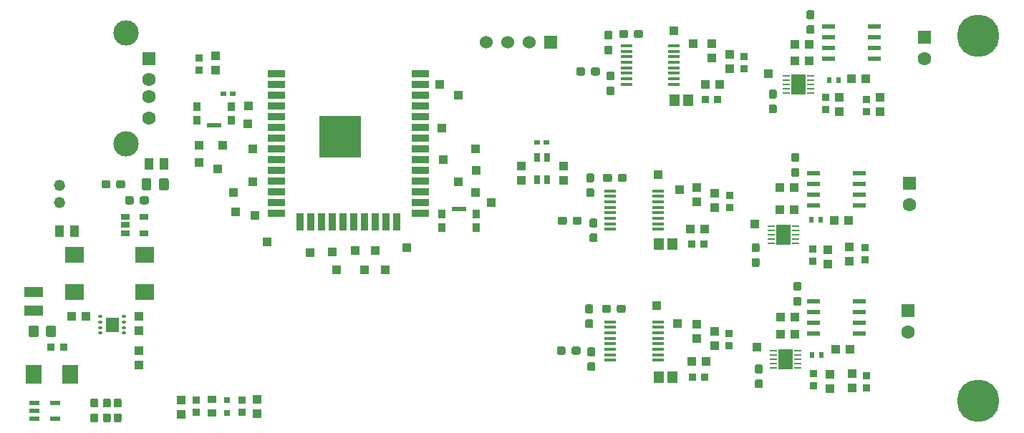
<source format=gts>
G04 #@! TF.GenerationSoftware,KiCad,Pcbnew,(5.1.5)-3*
G04 #@! TF.CreationDate,2020-09-03T10:53:21+10:00*
G04 #@! TF.ProjectId,Boni_3.0_1,426f6e69-5f33-42e3-905f-312e6b696361,rev?*
G04 #@! TF.SameCoordinates,Original*
G04 #@! TF.FileFunction,Soldermask,Top*
G04 #@! TF.FilePolarity,Negative*
%FSLAX46Y46*%
G04 Gerber Fmt 4.6, Leading zero omitted, Abs format (unit mm)*
G04 Created by KiCad (PCBNEW (5.1.5)-3) date 2020-09-03 10:53:21*
%MOMM*%
%LPD*%
G04 APERTURE LIST*
%ADD10C,5.000102*%
%ADD11R,0.660502X0.508102*%
%ADD12C,0.100000*%
%ADD13R,1.000102X1.000102*%
%ADD14R,1.955902X2.260702*%
%ADD15R,2.260702X1.955902*%
%ADD16R,0.990702X0.863702*%
%ADD17R,2.000102X0.900102*%
%ADD18R,0.900102X2.000102*%
%ADD19R,5.000102X5.000102*%
%ADD20C,1.600102*%
%ADD21R,1.500102X1.600102*%
%ADD22C,3.000102*%
%ADD23R,1.498702X0.558902*%
%ADD24R,0.812902X0.254102*%
%ADD25R,1.752702X2.489302*%
%ADD26R,0.800102X1.050102*%
%ADD27R,1.473302X0.355702*%
%ADD28R,1.270102X0.508102*%
%ADD29O,0.600101X0.300101*%
%ADD30R,1.500102X1.750101*%
%ADD31C,0.500101*%
%ADD32R,1.060102X0.650102*%
%ADD33R,0.900102X1.000102*%
%ADD34R,1.700102X0.550102*%
%ADD35R,0.584302X0.685902*%
%ADD36R,0.800100X0.755701*%
%ADD37R,2.220102X1.240102*%
%ADD38R,1.600102X1.600102*%
%ADD39R,1.530102X1.530102*%
%ADD40C,1.530102*%
%ADD41C,1.320902*%
%ADD42R,1.000102X1.100102*%
%ADD43R,0.812902X0.863702*%
%ADD44R,1.100102X1.000102*%
%ADD45R,1.305700X1.450099*%
%ADD46R,0.863702X0.812902*%
%ADD47R,0.890102X0.930102*%
%ADD48R,1.080102X1.420102*%
G04 APERTURE END LIST*
D10*
G04 #@! TO.C,Drill1*
X189420500Y-110045500D03*
G04 #@! TD*
G04 #@! TO.C,Drill1*
X189420500Y-66865500D03*
G04 #@! TD*
D11*
G04 #@! TO.C,R6*
X137236200Y-79502000D03*
X138353800Y-79502000D03*
G04 #@! TD*
D12*
G04 #@! TO.C,R27*
G36*
X168281808Y-96010093D02*
G01*
X168304865Y-96013513D01*
X168327476Y-96019177D01*
X168349423Y-96027030D01*
X168370495Y-96036996D01*
X168390488Y-96048979D01*
X168409210Y-96062865D01*
X168426482Y-96078518D01*
X168442135Y-96095790D01*
X168456021Y-96114512D01*
X168468004Y-96134505D01*
X168477970Y-96155577D01*
X168485823Y-96177524D01*
X168491487Y-96200135D01*
X168494907Y-96223192D01*
X168496051Y-96246474D01*
X168496051Y-96821526D01*
X168494907Y-96844808D01*
X168491487Y-96867865D01*
X168485823Y-96890476D01*
X168477970Y-96912423D01*
X168468004Y-96933495D01*
X168456021Y-96953488D01*
X168442135Y-96972210D01*
X168426482Y-96989482D01*
X168409210Y-97005135D01*
X168390488Y-97019021D01*
X168370495Y-97031004D01*
X168349423Y-97040970D01*
X168327476Y-97048823D01*
X168304865Y-97054487D01*
X168281808Y-97057907D01*
X168258526Y-97059051D01*
X167783474Y-97059051D01*
X167760192Y-97057907D01*
X167737135Y-97054487D01*
X167714524Y-97048823D01*
X167692577Y-97040970D01*
X167671505Y-97031004D01*
X167651512Y-97019021D01*
X167632790Y-97005135D01*
X167615518Y-96989482D01*
X167599865Y-96972210D01*
X167585979Y-96953488D01*
X167573996Y-96933495D01*
X167564030Y-96912423D01*
X167556177Y-96890476D01*
X167550513Y-96867865D01*
X167547093Y-96844808D01*
X167545949Y-96821526D01*
X167545949Y-96246474D01*
X167547093Y-96223192D01*
X167550513Y-96200135D01*
X167556177Y-96177524D01*
X167564030Y-96155577D01*
X167573996Y-96134505D01*
X167585979Y-96114512D01*
X167599865Y-96095790D01*
X167615518Y-96078518D01*
X167632790Y-96062865D01*
X167651512Y-96048979D01*
X167671505Y-96036996D01*
X167692577Y-96027030D01*
X167714524Y-96019177D01*
X167737135Y-96013513D01*
X167760192Y-96010093D01*
X167783474Y-96008949D01*
X168258526Y-96008949D01*
X168281808Y-96010093D01*
G37*
G36*
X168281808Y-97760093D02*
G01*
X168304865Y-97763513D01*
X168327476Y-97769177D01*
X168349423Y-97777030D01*
X168370495Y-97786996D01*
X168390488Y-97798979D01*
X168409210Y-97812865D01*
X168426482Y-97828518D01*
X168442135Y-97845790D01*
X168456021Y-97864512D01*
X168468004Y-97884505D01*
X168477970Y-97905577D01*
X168485823Y-97927524D01*
X168491487Y-97950135D01*
X168494907Y-97973192D01*
X168496051Y-97996474D01*
X168496051Y-98571526D01*
X168494907Y-98594808D01*
X168491487Y-98617865D01*
X168485823Y-98640476D01*
X168477970Y-98662423D01*
X168468004Y-98683495D01*
X168456021Y-98703488D01*
X168442135Y-98722210D01*
X168426482Y-98739482D01*
X168409210Y-98755135D01*
X168390488Y-98769021D01*
X168370495Y-98781004D01*
X168349423Y-98790970D01*
X168327476Y-98798823D01*
X168304865Y-98804487D01*
X168281808Y-98807907D01*
X168258526Y-98809051D01*
X167783474Y-98809051D01*
X167760192Y-98807907D01*
X167737135Y-98804487D01*
X167714524Y-98798823D01*
X167692577Y-98790970D01*
X167671505Y-98781004D01*
X167651512Y-98769021D01*
X167632790Y-98755135D01*
X167615518Y-98739482D01*
X167599865Y-98722210D01*
X167585979Y-98703488D01*
X167573996Y-98683495D01*
X167564030Y-98662423D01*
X167556177Y-98640476D01*
X167550513Y-98617865D01*
X167547093Y-98594808D01*
X167545949Y-98571526D01*
X167545949Y-97996474D01*
X167547093Y-97973192D01*
X167550513Y-97950135D01*
X167556177Y-97927524D01*
X167564030Y-97905577D01*
X167573996Y-97884505D01*
X167585979Y-97864512D01*
X167599865Y-97845790D01*
X167615518Y-97828518D01*
X167632790Y-97812865D01*
X167651512Y-97798979D01*
X167671505Y-97786996D01*
X167692577Y-97777030D01*
X167714524Y-97769177D01*
X167737135Y-97763513D01*
X167760192Y-97760093D01*
X167783474Y-97758949D01*
X168258526Y-97758949D01*
X168281808Y-97760093D01*
G37*
G04 #@! TD*
G04 #@! TO.C,R25*
G36*
X163709808Y-107539093D02*
G01*
X163732865Y-107542513D01*
X163755476Y-107548177D01*
X163777423Y-107556030D01*
X163798495Y-107565996D01*
X163818488Y-107577979D01*
X163837210Y-107591865D01*
X163854482Y-107607518D01*
X163870135Y-107624790D01*
X163884021Y-107643512D01*
X163896004Y-107663505D01*
X163905970Y-107684577D01*
X163913823Y-107706524D01*
X163919487Y-107729135D01*
X163922907Y-107752192D01*
X163924051Y-107775474D01*
X163924051Y-108350526D01*
X163922907Y-108373808D01*
X163919487Y-108396865D01*
X163913823Y-108419476D01*
X163905970Y-108441423D01*
X163896004Y-108462495D01*
X163884021Y-108482488D01*
X163870135Y-108501210D01*
X163854482Y-108518482D01*
X163837210Y-108534135D01*
X163818488Y-108548021D01*
X163798495Y-108560004D01*
X163777423Y-108569970D01*
X163755476Y-108577823D01*
X163732865Y-108583487D01*
X163709808Y-108586907D01*
X163686526Y-108588051D01*
X163211474Y-108588051D01*
X163188192Y-108586907D01*
X163165135Y-108583487D01*
X163142524Y-108577823D01*
X163120577Y-108569970D01*
X163099505Y-108560004D01*
X163079512Y-108548021D01*
X163060790Y-108534135D01*
X163043518Y-108518482D01*
X163027865Y-108501210D01*
X163013979Y-108482488D01*
X163001996Y-108462495D01*
X162992030Y-108441423D01*
X162984177Y-108419476D01*
X162978513Y-108396865D01*
X162975093Y-108373808D01*
X162973949Y-108350526D01*
X162973949Y-107775474D01*
X162975093Y-107752192D01*
X162978513Y-107729135D01*
X162984177Y-107706524D01*
X162992030Y-107684577D01*
X163001996Y-107663505D01*
X163013979Y-107643512D01*
X163027865Y-107624790D01*
X163043518Y-107607518D01*
X163060790Y-107591865D01*
X163079512Y-107577979D01*
X163099505Y-107565996D01*
X163120577Y-107556030D01*
X163142524Y-107548177D01*
X163165135Y-107542513D01*
X163188192Y-107539093D01*
X163211474Y-107537949D01*
X163686526Y-107537949D01*
X163709808Y-107539093D01*
G37*
G36*
X163709808Y-105789093D02*
G01*
X163732865Y-105792513D01*
X163755476Y-105798177D01*
X163777423Y-105806030D01*
X163798495Y-105815996D01*
X163818488Y-105827979D01*
X163837210Y-105841865D01*
X163854482Y-105857518D01*
X163870135Y-105874790D01*
X163884021Y-105893512D01*
X163896004Y-105913505D01*
X163905970Y-105934577D01*
X163913823Y-105956524D01*
X163919487Y-105979135D01*
X163922907Y-106002192D01*
X163924051Y-106025474D01*
X163924051Y-106600526D01*
X163922907Y-106623808D01*
X163919487Y-106646865D01*
X163913823Y-106669476D01*
X163905970Y-106691423D01*
X163896004Y-106712495D01*
X163884021Y-106732488D01*
X163870135Y-106751210D01*
X163854482Y-106768482D01*
X163837210Y-106784135D01*
X163818488Y-106798021D01*
X163798495Y-106810004D01*
X163777423Y-106819970D01*
X163755476Y-106827823D01*
X163732865Y-106833487D01*
X163709808Y-106836907D01*
X163686526Y-106838051D01*
X163211474Y-106838051D01*
X163188192Y-106836907D01*
X163165135Y-106833487D01*
X163142524Y-106827823D01*
X163120577Y-106819970D01*
X163099505Y-106810004D01*
X163079512Y-106798021D01*
X163060790Y-106784135D01*
X163043518Y-106768482D01*
X163027865Y-106751210D01*
X163013979Y-106732488D01*
X163001996Y-106712495D01*
X162992030Y-106691423D01*
X162984177Y-106669476D01*
X162978513Y-106646865D01*
X162975093Y-106623808D01*
X162973949Y-106600526D01*
X162973949Y-106025474D01*
X162975093Y-106002192D01*
X162978513Y-105979135D01*
X162984177Y-105956524D01*
X162992030Y-105934577D01*
X163001996Y-105913505D01*
X163013979Y-105893512D01*
X163027865Y-105874790D01*
X163043518Y-105857518D01*
X163060790Y-105841865D01*
X163079512Y-105827979D01*
X163099505Y-105815996D01*
X163120577Y-105806030D01*
X163142524Y-105798177D01*
X163165135Y-105792513D01*
X163188192Y-105789093D01*
X163211474Y-105787949D01*
X163686526Y-105787949D01*
X163709808Y-105789093D01*
G37*
G04 #@! TD*
G04 #@! TO.C,R24*
G36*
X168027808Y-80770093D02*
G01*
X168050865Y-80773513D01*
X168073476Y-80779177D01*
X168095423Y-80787030D01*
X168116495Y-80796996D01*
X168136488Y-80808979D01*
X168155210Y-80822865D01*
X168172482Y-80838518D01*
X168188135Y-80855790D01*
X168202021Y-80874512D01*
X168214004Y-80894505D01*
X168223970Y-80915577D01*
X168231823Y-80937524D01*
X168237487Y-80960135D01*
X168240907Y-80983192D01*
X168242051Y-81006474D01*
X168242051Y-81581526D01*
X168240907Y-81604808D01*
X168237487Y-81627865D01*
X168231823Y-81650476D01*
X168223970Y-81672423D01*
X168214004Y-81693495D01*
X168202021Y-81713488D01*
X168188135Y-81732210D01*
X168172482Y-81749482D01*
X168155210Y-81765135D01*
X168136488Y-81779021D01*
X168116495Y-81791004D01*
X168095423Y-81800970D01*
X168073476Y-81808823D01*
X168050865Y-81814487D01*
X168027808Y-81817907D01*
X168004526Y-81819051D01*
X167529474Y-81819051D01*
X167506192Y-81817907D01*
X167483135Y-81814487D01*
X167460524Y-81808823D01*
X167438577Y-81800970D01*
X167417505Y-81791004D01*
X167397512Y-81779021D01*
X167378790Y-81765135D01*
X167361518Y-81749482D01*
X167345865Y-81732210D01*
X167331979Y-81713488D01*
X167319996Y-81693495D01*
X167310030Y-81672423D01*
X167302177Y-81650476D01*
X167296513Y-81627865D01*
X167293093Y-81604808D01*
X167291949Y-81581526D01*
X167291949Y-81006474D01*
X167293093Y-80983192D01*
X167296513Y-80960135D01*
X167302177Y-80937524D01*
X167310030Y-80915577D01*
X167319996Y-80894505D01*
X167331979Y-80874512D01*
X167345865Y-80855790D01*
X167361518Y-80838518D01*
X167378790Y-80822865D01*
X167397512Y-80808979D01*
X167417505Y-80796996D01*
X167438577Y-80787030D01*
X167460524Y-80779177D01*
X167483135Y-80773513D01*
X167506192Y-80770093D01*
X167529474Y-80768949D01*
X168004526Y-80768949D01*
X168027808Y-80770093D01*
G37*
G36*
X168027808Y-82520093D02*
G01*
X168050865Y-82523513D01*
X168073476Y-82529177D01*
X168095423Y-82537030D01*
X168116495Y-82546996D01*
X168136488Y-82558979D01*
X168155210Y-82572865D01*
X168172482Y-82588518D01*
X168188135Y-82605790D01*
X168202021Y-82624512D01*
X168214004Y-82644505D01*
X168223970Y-82665577D01*
X168231823Y-82687524D01*
X168237487Y-82710135D01*
X168240907Y-82733192D01*
X168242051Y-82756474D01*
X168242051Y-83331526D01*
X168240907Y-83354808D01*
X168237487Y-83377865D01*
X168231823Y-83400476D01*
X168223970Y-83422423D01*
X168214004Y-83443495D01*
X168202021Y-83463488D01*
X168188135Y-83482210D01*
X168172482Y-83499482D01*
X168155210Y-83515135D01*
X168136488Y-83529021D01*
X168116495Y-83541004D01*
X168095423Y-83550970D01*
X168073476Y-83558823D01*
X168050865Y-83564487D01*
X168027808Y-83567907D01*
X168004526Y-83569051D01*
X167529474Y-83569051D01*
X167506192Y-83567907D01*
X167483135Y-83564487D01*
X167460524Y-83558823D01*
X167438577Y-83550970D01*
X167417505Y-83541004D01*
X167397512Y-83529021D01*
X167378790Y-83515135D01*
X167361518Y-83499482D01*
X167345865Y-83482210D01*
X167331979Y-83463488D01*
X167319996Y-83443495D01*
X167310030Y-83422423D01*
X167302177Y-83400476D01*
X167296513Y-83377865D01*
X167293093Y-83354808D01*
X167291949Y-83331526D01*
X167291949Y-82756474D01*
X167293093Y-82733192D01*
X167296513Y-82710135D01*
X167302177Y-82687524D01*
X167310030Y-82665577D01*
X167319996Y-82644505D01*
X167331979Y-82624512D01*
X167345865Y-82605790D01*
X167361518Y-82588518D01*
X167378790Y-82572865D01*
X167397512Y-82558979D01*
X167417505Y-82546996D01*
X167438577Y-82537030D01*
X167460524Y-82529177D01*
X167483135Y-82523513D01*
X167506192Y-82520093D01*
X167529474Y-82518949D01*
X168004526Y-82518949D01*
X168027808Y-82520093D01*
G37*
G04 #@! TD*
G04 #@! TO.C,R22*
G36*
X163328808Y-93188093D02*
G01*
X163351865Y-93191513D01*
X163374476Y-93197177D01*
X163396423Y-93205030D01*
X163417495Y-93214996D01*
X163437488Y-93226979D01*
X163456210Y-93240865D01*
X163473482Y-93256518D01*
X163489135Y-93273790D01*
X163503021Y-93292512D01*
X163515004Y-93312505D01*
X163524970Y-93333577D01*
X163532823Y-93355524D01*
X163538487Y-93378135D01*
X163541907Y-93401192D01*
X163543051Y-93424474D01*
X163543051Y-93999526D01*
X163541907Y-94022808D01*
X163538487Y-94045865D01*
X163532823Y-94068476D01*
X163524970Y-94090423D01*
X163515004Y-94111495D01*
X163503021Y-94131488D01*
X163489135Y-94150210D01*
X163473482Y-94167482D01*
X163456210Y-94183135D01*
X163437488Y-94197021D01*
X163417495Y-94209004D01*
X163396423Y-94218970D01*
X163374476Y-94226823D01*
X163351865Y-94232487D01*
X163328808Y-94235907D01*
X163305526Y-94237051D01*
X162830474Y-94237051D01*
X162807192Y-94235907D01*
X162784135Y-94232487D01*
X162761524Y-94226823D01*
X162739577Y-94218970D01*
X162718505Y-94209004D01*
X162698512Y-94197021D01*
X162679790Y-94183135D01*
X162662518Y-94167482D01*
X162646865Y-94150210D01*
X162632979Y-94131488D01*
X162620996Y-94111495D01*
X162611030Y-94090423D01*
X162603177Y-94068476D01*
X162597513Y-94045865D01*
X162594093Y-94022808D01*
X162592949Y-93999526D01*
X162592949Y-93424474D01*
X162594093Y-93401192D01*
X162597513Y-93378135D01*
X162603177Y-93355524D01*
X162611030Y-93333577D01*
X162620996Y-93312505D01*
X162632979Y-93292512D01*
X162646865Y-93273790D01*
X162662518Y-93256518D01*
X162679790Y-93240865D01*
X162698512Y-93226979D01*
X162718505Y-93214996D01*
X162739577Y-93205030D01*
X162761524Y-93197177D01*
X162784135Y-93191513D01*
X162807192Y-93188093D01*
X162830474Y-93186949D01*
X163305526Y-93186949D01*
X163328808Y-93188093D01*
G37*
G36*
X163328808Y-91438093D02*
G01*
X163351865Y-91441513D01*
X163374476Y-91447177D01*
X163396423Y-91455030D01*
X163417495Y-91464996D01*
X163437488Y-91476979D01*
X163456210Y-91490865D01*
X163473482Y-91506518D01*
X163489135Y-91523790D01*
X163503021Y-91542512D01*
X163515004Y-91562505D01*
X163524970Y-91583577D01*
X163532823Y-91605524D01*
X163538487Y-91628135D01*
X163541907Y-91651192D01*
X163543051Y-91674474D01*
X163543051Y-92249526D01*
X163541907Y-92272808D01*
X163538487Y-92295865D01*
X163532823Y-92318476D01*
X163524970Y-92340423D01*
X163515004Y-92361495D01*
X163503021Y-92381488D01*
X163489135Y-92400210D01*
X163473482Y-92417482D01*
X163456210Y-92433135D01*
X163437488Y-92447021D01*
X163417495Y-92459004D01*
X163396423Y-92468970D01*
X163374476Y-92476823D01*
X163351865Y-92482487D01*
X163328808Y-92485907D01*
X163305526Y-92487051D01*
X162830474Y-92487051D01*
X162807192Y-92485907D01*
X162784135Y-92482487D01*
X162761524Y-92476823D01*
X162739577Y-92468970D01*
X162718505Y-92459004D01*
X162698512Y-92447021D01*
X162679790Y-92433135D01*
X162662518Y-92417482D01*
X162646865Y-92400210D01*
X162632979Y-92381488D01*
X162620996Y-92361495D01*
X162611030Y-92340423D01*
X162603177Y-92318476D01*
X162597513Y-92295865D01*
X162594093Y-92272808D01*
X162592949Y-92249526D01*
X162592949Y-91674474D01*
X162594093Y-91651192D01*
X162597513Y-91628135D01*
X162603177Y-91605524D01*
X162611030Y-91583577D01*
X162620996Y-91562505D01*
X162632979Y-91542512D01*
X162646865Y-91523790D01*
X162662518Y-91506518D01*
X162679790Y-91490865D01*
X162698512Y-91476979D01*
X162718505Y-91464996D01*
X162739577Y-91455030D01*
X162761524Y-91447177D01*
X162784135Y-91441513D01*
X162807192Y-91438093D01*
X162830474Y-91436949D01*
X163305526Y-91436949D01*
X163328808Y-91438093D01*
G37*
G04 #@! TD*
G04 #@! TO.C,R21*
G36*
X169805808Y-63879093D02*
G01*
X169828865Y-63882513D01*
X169851476Y-63888177D01*
X169873423Y-63896030D01*
X169894495Y-63905996D01*
X169914488Y-63917979D01*
X169933210Y-63931865D01*
X169950482Y-63947518D01*
X169966135Y-63964790D01*
X169980021Y-63983512D01*
X169992004Y-64003505D01*
X170001970Y-64024577D01*
X170009823Y-64046524D01*
X170015487Y-64069135D01*
X170018907Y-64092192D01*
X170020051Y-64115474D01*
X170020051Y-64690526D01*
X170018907Y-64713808D01*
X170015487Y-64736865D01*
X170009823Y-64759476D01*
X170001970Y-64781423D01*
X169992004Y-64802495D01*
X169980021Y-64822488D01*
X169966135Y-64841210D01*
X169950482Y-64858482D01*
X169933210Y-64874135D01*
X169914488Y-64888021D01*
X169894495Y-64900004D01*
X169873423Y-64909970D01*
X169851476Y-64917823D01*
X169828865Y-64923487D01*
X169805808Y-64926907D01*
X169782526Y-64928051D01*
X169307474Y-64928051D01*
X169284192Y-64926907D01*
X169261135Y-64923487D01*
X169238524Y-64917823D01*
X169216577Y-64909970D01*
X169195505Y-64900004D01*
X169175512Y-64888021D01*
X169156790Y-64874135D01*
X169139518Y-64858482D01*
X169123865Y-64841210D01*
X169109979Y-64822488D01*
X169097996Y-64802495D01*
X169088030Y-64781423D01*
X169080177Y-64759476D01*
X169074513Y-64736865D01*
X169071093Y-64713808D01*
X169069949Y-64690526D01*
X169069949Y-64115474D01*
X169071093Y-64092192D01*
X169074513Y-64069135D01*
X169080177Y-64046524D01*
X169088030Y-64024577D01*
X169097996Y-64003505D01*
X169109979Y-63983512D01*
X169123865Y-63964790D01*
X169139518Y-63947518D01*
X169156790Y-63931865D01*
X169175512Y-63917979D01*
X169195505Y-63905996D01*
X169216577Y-63896030D01*
X169238524Y-63888177D01*
X169261135Y-63882513D01*
X169284192Y-63879093D01*
X169307474Y-63877949D01*
X169782526Y-63877949D01*
X169805808Y-63879093D01*
G37*
G36*
X169805808Y-65629093D02*
G01*
X169828865Y-65632513D01*
X169851476Y-65638177D01*
X169873423Y-65646030D01*
X169894495Y-65655996D01*
X169914488Y-65667979D01*
X169933210Y-65681865D01*
X169950482Y-65697518D01*
X169966135Y-65714790D01*
X169980021Y-65733512D01*
X169992004Y-65753505D01*
X170001970Y-65774577D01*
X170009823Y-65796524D01*
X170015487Y-65819135D01*
X170018907Y-65842192D01*
X170020051Y-65865474D01*
X170020051Y-66440526D01*
X170018907Y-66463808D01*
X170015487Y-66486865D01*
X170009823Y-66509476D01*
X170001970Y-66531423D01*
X169992004Y-66552495D01*
X169980021Y-66572488D01*
X169966135Y-66591210D01*
X169950482Y-66608482D01*
X169933210Y-66624135D01*
X169914488Y-66638021D01*
X169894495Y-66650004D01*
X169873423Y-66659970D01*
X169851476Y-66667823D01*
X169828865Y-66673487D01*
X169805808Y-66676907D01*
X169782526Y-66678051D01*
X169307474Y-66678051D01*
X169284192Y-66676907D01*
X169261135Y-66673487D01*
X169238524Y-66667823D01*
X169216577Y-66659970D01*
X169195505Y-66650004D01*
X169175512Y-66638021D01*
X169156790Y-66624135D01*
X169139518Y-66608482D01*
X169123865Y-66591210D01*
X169109979Y-66572488D01*
X169097996Y-66552495D01*
X169088030Y-66531423D01*
X169080177Y-66509476D01*
X169074513Y-66486865D01*
X169071093Y-66463808D01*
X169069949Y-66440526D01*
X169069949Y-65865474D01*
X169071093Y-65842192D01*
X169074513Y-65819135D01*
X169080177Y-65796524D01*
X169088030Y-65774577D01*
X169097996Y-65753505D01*
X169109979Y-65733512D01*
X169123865Y-65714790D01*
X169139518Y-65697518D01*
X169156790Y-65681865D01*
X169175512Y-65667979D01*
X169195505Y-65655996D01*
X169216577Y-65646030D01*
X169238524Y-65638177D01*
X169261135Y-65632513D01*
X169284192Y-65629093D01*
X169307474Y-65627949D01*
X169782526Y-65627949D01*
X169805808Y-65629093D01*
G37*
G04 #@! TD*
G04 #@! TO.C,R19*
G36*
X165360808Y-75027093D02*
G01*
X165383865Y-75030513D01*
X165406476Y-75036177D01*
X165428423Y-75044030D01*
X165449495Y-75053996D01*
X165469488Y-75065979D01*
X165488210Y-75079865D01*
X165505482Y-75095518D01*
X165521135Y-75112790D01*
X165535021Y-75131512D01*
X165547004Y-75151505D01*
X165556970Y-75172577D01*
X165564823Y-75194524D01*
X165570487Y-75217135D01*
X165573907Y-75240192D01*
X165575051Y-75263474D01*
X165575051Y-75838526D01*
X165573907Y-75861808D01*
X165570487Y-75884865D01*
X165564823Y-75907476D01*
X165556970Y-75929423D01*
X165547004Y-75950495D01*
X165535021Y-75970488D01*
X165521135Y-75989210D01*
X165505482Y-76006482D01*
X165488210Y-76022135D01*
X165469488Y-76036021D01*
X165449495Y-76048004D01*
X165428423Y-76057970D01*
X165406476Y-76065823D01*
X165383865Y-76071487D01*
X165360808Y-76074907D01*
X165337526Y-76076051D01*
X164862474Y-76076051D01*
X164839192Y-76074907D01*
X164816135Y-76071487D01*
X164793524Y-76065823D01*
X164771577Y-76057970D01*
X164750505Y-76048004D01*
X164730512Y-76036021D01*
X164711790Y-76022135D01*
X164694518Y-76006482D01*
X164678865Y-75989210D01*
X164664979Y-75970488D01*
X164652996Y-75950495D01*
X164643030Y-75929423D01*
X164635177Y-75907476D01*
X164629513Y-75884865D01*
X164626093Y-75861808D01*
X164624949Y-75838526D01*
X164624949Y-75263474D01*
X164626093Y-75240192D01*
X164629513Y-75217135D01*
X164635177Y-75194524D01*
X164643030Y-75172577D01*
X164652996Y-75151505D01*
X164664979Y-75131512D01*
X164678865Y-75112790D01*
X164694518Y-75095518D01*
X164711790Y-75079865D01*
X164730512Y-75065979D01*
X164750505Y-75053996D01*
X164771577Y-75044030D01*
X164793524Y-75036177D01*
X164816135Y-75030513D01*
X164839192Y-75027093D01*
X164862474Y-75025949D01*
X165337526Y-75025949D01*
X165360808Y-75027093D01*
G37*
G36*
X165360808Y-73277093D02*
G01*
X165383865Y-73280513D01*
X165406476Y-73286177D01*
X165428423Y-73294030D01*
X165449495Y-73303996D01*
X165469488Y-73315979D01*
X165488210Y-73329865D01*
X165505482Y-73345518D01*
X165521135Y-73362790D01*
X165535021Y-73381512D01*
X165547004Y-73401505D01*
X165556970Y-73422577D01*
X165564823Y-73444524D01*
X165570487Y-73467135D01*
X165573907Y-73490192D01*
X165575051Y-73513474D01*
X165575051Y-74088526D01*
X165573907Y-74111808D01*
X165570487Y-74134865D01*
X165564823Y-74157476D01*
X165556970Y-74179423D01*
X165547004Y-74200495D01*
X165535021Y-74220488D01*
X165521135Y-74239210D01*
X165505482Y-74256482D01*
X165488210Y-74272135D01*
X165469488Y-74286021D01*
X165449495Y-74298004D01*
X165428423Y-74307970D01*
X165406476Y-74315823D01*
X165383865Y-74321487D01*
X165360808Y-74324907D01*
X165337526Y-74326051D01*
X164862474Y-74326051D01*
X164839192Y-74324907D01*
X164816135Y-74321487D01*
X164793524Y-74315823D01*
X164771577Y-74307970D01*
X164750505Y-74298004D01*
X164730512Y-74286021D01*
X164711790Y-74272135D01*
X164694518Y-74256482D01*
X164678865Y-74239210D01*
X164664979Y-74220488D01*
X164652996Y-74200495D01*
X164643030Y-74179423D01*
X164635177Y-74157476D01*
X164629513Y-74134865D01*
X164626093Y-74111808D01*
X164624949Y-74088526D01*
X164624949Y-73513474D01*
X164626093Y-73490192D01*
X164629513Y-73467135D01*
X164635177Y-73444524D01*
X164643030Y-73422577D01*
X164652996Y-73401505D01*
X164664979Y-73381512D01*
X164678865Y-73362790D01*
X164694518Y-73345518D01*
X164711790Y-73329865D01*
X164730512Y-73315979D01*
X164750505Y-73303996D01*
X164771577Y-73294030D01*
X164793524Y-73286177D01*
X164816135Y-73280513D01*
X164839192Y-73277093D01*
X164862474Y-73275949D01*
X165337526Y-73275949D01*
X165360808Y-73277093D01*
G37*
G04 #@! TD*
G04 #@! TO.C,R18*
G36*
X143643808Y-98677093D02*
G01*
X143666865Y-98680513D01*
X143689476Y-98686177D01*
X143711423Y-98694030D01*
X143732495Y-98703996D01*
X143752488Y-98715979D01*
X143771210Y-98729865D01*
X143788482Y-98745518D01*
X143804135Y-98762790D01*
X143818021Y-98781512D01*
X143830004Y-98801505D01*
X143839970Y-98822577D01*
X143847823Y-98844524D01*
X143853487Y-98867135D01*
X143856907Y-98890192D01*
X143858051Y-98913474D01*
X143858051Y-99488526D01*
X143856907Y-99511808D01*
X143853487Y-99534865D01*
X143847823Y-99557476D01*
X143839970Y-99579423D01*
X143830004Y-99600495D01*
X143818021Y-99620488D01*
X143804135Y-99639210D01*
X143788482Y-99656482D01*
X143771210Y-99672135D01*
X143752488Y-99686021D01*
X143732495Y-99698004D01*
X143711423Y-99707970D01*
X143689476Y-99715823D01*
X143666865Y-99721487D01*
X143643808Y-99724907D01*
X143620526Y-99726051D01*
X143145474Y-99726051D01*
X143122192Y-99724907D01*
X143099135Y-99721487D01*
X143076524Y-99715823D01*
X143054577Y-99707970D01*
X143033505Y-99698004D01*
X143013512Y-99686021D01*
X142994790Y-99672135D01*
X142977518Y-99656482D01*
X142961865Y-99639210D01*
X142947979Y-99620488D01*
X142935996Y-99600495D01*
X142926030Y-99579423D01*
X142918177Y-99557476D01*
X142912513Y-99534865D01*
X142909093Y-99511808D01*
X142907949Y-99488526D01*
X142907949Y-98913474D01*
X142909093Y-98890192D01*
X142912513Y-98867135D01*
X142918177Y-98844524D01*
X142926030Y-98822577D01*
X142935996Y-98801505D01*
X142947979Y-98781512D01*
X142961865Y-98762790D01*
X142977518Y-98745518D01*
X142994790Y-98729865D01*
X143013512Y-98715979D01*
X143033505Y-98703996D01*
X143054577Y-98694030D01*
X143076524Y-98686177D01*
X143099135Y-98680513D01*
X143122192Y-98677093D01*
X143145474Y-98675949D01*
X143620526Y-98675949D01*
X143643808Y-98677093D01*
G37*
G36*
X143643808Y-100427093D02*
G01*
X143666865Y-100430513D01*
X143689476Y-100436177D01*
X143711423Y-100444030D01*
X143732495Y-100453996D01*
X143752488Y-100465979D01*
X143771210Y-100479865D01*
X143788482Y-100495518D01*
X143804135Y-100512790D01*
X143818021Y-100531512D01*
X143830004Y-100551505D01*
X143839970Y-100572577D01*
X143847823Y-100594524D01*
X143853487Y-100617135D01*
X143856907Y-100640192D01*
X143858051Y-100663474D01*
X143858051Y-101238526D01*
X143856907Y-101261808D01*
X143853487Y-101284865D01*
X143847823Y-101307476D01*
X143839970Y-101329423D01*
X143830004Y-101350495D01*
X143818021Y-101370488D01*
X143804135Y-101389210D01*
X143788482Y-101406482D01*
X143771210Y-101422135D01*
X143752488Y-101436021D01*
X143732495Y-101448004D01*
X143711423Y-101457970D01*
X143689476Y-101465823D01*
X143666865Y-101471487D01*
X143643808Y-101474907D01*
X143620526Y-101476051D01*
X143145474Y-101476051D01*
X143122192Y-101474907D01*
X143099135Y-101471487D01*
X143076524Y-101465823D01*
X143054577Y-101457970D01*
X143033505Y-101448004D01*
X143013512Y-101436021D01*
X142994790Y-101422135D01*
X142977518Y-101406482D01*
X142961865Y-101389210D01*
X142947979Y-101370488D01*
X142935996Y-101350495D01*
X142926030Y-101329423D01*
X142918177Y-101307476D01*
X142912513Y-101284865D01*
X142909093Y-101261808D01*
X142907949Y-101238526D01*
X142907949Y-100663474D01*
X142909093Y-100640192D01*
X142912513Y-100617135D01*
X142918177Y-100594524D01*
X142926030Y-100572577D01*
X142935996Y-100551505D01*
X142947979Y-100531512D01*
X142961865Y-100512790D01*
X142977518Y-100495518D01*
X142994790Y-100479865D01*
X143013512Y-100465979D01*
X143033505Y-100453996D01*
X143054577Y-100444030D01*
X143076524Y-100436177D01*
X143099135Y-100430513D01*
X143122192Y-100427093D01*
X143145474Y-100425949D01*
X143620526Y-100425949D01*
X143643808Y-100427093D01*
G37*
G04 #@! TD*
G04 #@! TO.C,R17*
G36*
X147489808Y-98713093D02*
G01*
X147512865Y-98716513D01*
X147535476Y-98722177D01*
X147557423Y-98730030D01*
X147578495Y-98739996D01*
X147598488Y-98751979D01*
X147617210Y-98765865D01*
X147634482Y-98781518D01*
X147650135Y-98798790D01*
X147664021Y-98817512D01*
X147676004Y-98837505D01*
X147685970Y-98858577D01*
X147693823Y-98880524D01*
X147699487Y-98903135D01*
X147702907Y-98926192D01*
X147704051Y-98949474D01*
X147704051Y-99424526D01*
X147702907Y-99447808D01*
X147699487Y-99470865D01*
X147693823Y-99493476D01*
X147685970Y-99515423D01*
X147676004Y-99536495D01*
X147664021Y-99556488D01*
X147650135Y-99575210D01*
X147634482Y-99592482D01*
X147617210Y-99608135D01*
X147598488Y-99622021D01*
X147578495Y-99634004D01*
X147557423Y-99643970D01*
X147535476Y-99651823D01*
X147512865Y-99657487D01*
X147489808Y-99660907D01*
X147466526Y-99662051D01*
X146891474Y-99662051D01*
X146868192Y-99660907D01*
X146845135Y-99657487D01*
X146822524Y-99651823D01*
X146800577Y-99643970D01*
X146779505Y-99634004D01*
X146759512Y-99622021D01*
X146740790Y-99608135D01*
X146723518Y-99592482D01*
X146707865Y-99575210D01*
X146693979Y-99556488D01*
X146681996Y-99536495D01*
X146672030Y-99515423D01*
X146664177Y-99493476D01*
X146658513Y-99470865D01*
X146655093Y-99447808D01*
X146653949Y-99424526D01*
X146653949Y-98949474D01*
X146655093Y-98926192D01*
X146658513Y-98903135D01*
X146664177Y-98880524D01*
X146672030Y-98858577D01*
X146681996Y-98837505D01*
X146693979Y-98817512D01*
X146707865Y-98798790D01*
X146723518Y-98781518D01*
X146740790Y-98765865D01*
X146759512Y-98751979D01*
X146779505Y-98739996D01*
X146800577Y-98730030D01*
X146822524Y-98722177D01*
X146845135Y-98716513D01*
X146868192Y-98713093D01*
X146891474Y-98711949D01*
X147466526Y-98711949D01*
X147489808Y-98713093D01*
G37*
G36*
X145739808Y-98713093D02*
G01*
X145762865Y-98716513D01*
X145785476Y-98722177D01*
X145807423Y-98730030D01*
X145828495Y-98739996D01*
X145848488Y-98751979D01*
X145867210Y-98765865D01*
X145884482Y-98781518D01*
X145900135Y-98798790D01*
X145914021Y-98817512D01*
X145926004Y-98837505D01*
X145935970Y-98858577D01*
X145943823Y-98880524D01*
X145949487Y-98903135D01*
X145952907Y-98926192D01*
X145954051Y-98949474D01*
X145954051Y-99424526D01*
X145952907Y-99447808D01*
X145949487Y-99470865D01*
X145943823Y-99493476D01*
X145935970Y-99515423D01*
X145926004Y-99536495D01*
X145914021Y-99556488D01*
X145900135Y-99575210D01*
X145884482Y-99592482D01*
X145867210Y-99608135D01*
X145848488Y-99622021D01*
X145828495Y-99634004D01*
X145807423Y-99643970D01*
X145785476Y-99651823D01*
X145762865Y-99657487D01*
X145739808Y-99660907D01*
X145716526Y-99662051D01*
X145141474Y-99662051D01*
X145118192Y-99660907D01*
X145095135Y-99657487D01*
X145072524Y-99651823D01*
X145050577Y-99643970D01*
X145029505Y-99634004D01*
X145009512Y-99622021D01*
X144990790Y-99608135D01*
X144973518Y-99592482D01*
X144957865Y-99575210D01*
X144943979Y-99556488D01*
X144931996Y-99536495D01*
X144922030Y-99515423D01*
X144914177Y-99493476D01*
X144908513Y-99470865D01*
X144905093Y-99447808D01*
X144903949Y-99424526D01*
X144903949Y-98949474D01*
X144905093Y-98926192D01*
X144908513Y-98903135D01*
X144914177Y-98880524D01*
X144922030Y-98858577D01*
X144931996Y-98837505D01*
X144943979Y-98817512D01*
X144957865Y-98798790D01*
X144973518Y-98781518D01*
X144990790Y-98765865D01*
X145009512Y-98751979D01*
X145029505Y-98739996D01*
X145050577Y-98730030D01*
X145072524Y-98722177D01*
X145095135Y-98716513D01*
X145118192Y-98713093D01*
X145141474Y-98711949D01*
X145716526Y-98711949D01*
X145739808Y-98713093D01*
G37*
G04 #@! TD*
G04 #@! TO.C,R16*
G36*
X143897808Y-105507093D02*
G01*
X143920865Y-105510513D01*
X143943476Y-105516177D01*
X143965423Y-105524030D01*
X143986495Y-105533996D01*
X144006488Y-105545979D01*
X144025210Y-105559865D01*
X144042482Y-105575518D01*
X144058135Y-105592790D01*
X144072021Y-105611512D01*
X144084004Y-105631505D01*
X144093970Y-105652577D01*
X144101823Y-105674524D01*
X144107487Y-105697135D01*
X144110907Y-105720192D01*
X144112051Y-105743474D01*
X144112051Y-106318526D01*
X144110907Y-106341808D01*
X144107487Y-106364865D01*
X144101823Y-106387476D01*
X144093970Y-106409423D01*
X144084004Y-106430495D01*
X144072021Y-106450488D01*
X144058135Y-106469210D01*
X144042482Y-106486482D01*
X144025210Y-106502135D01*
X144006488Y-106516021D01*
X143986495Y-106528004D01*
X143965423Y-106537970D01*
X143943476Y-106545823D01*
X143920865Y-106551487D01*
X143897808Y-106554907D01*
X143874526Y-106556051D01*
X143399474Y-106556051D01*
X143376192Y-106554907D01*
X143353135Y-106551487D01*
X143330524Y-106545823D01*
X143308577Y-106537970D01*
X143287505Y-106528004D01*
X143267512Y-106516021D01*
X143248790Y-106502135D01*
X143231518Y-106486482D01*
X143215865Y-106469210D01*
X143201979Y-106450488D01*
X143189996Y-106430495D01*
X143180030Y-106409423D01*
X143172177Y-106387476D01*
X143166513Y-106364865D01*
X143163093Y-106341808D01*
X143161949Y-106318526D01*
X143161949Y-105743474D01*
X143163093Y-105720192D01*
X143166513Y-105697135D01*
X143172177Y-105674524D01*
X143180030Y-105652577D01*
X143189996Y-105631505D01*
X143201979Y-105611512D01*
X143215865Y-105592790D01*
X143231518Y-105575518D01*
X143248790Y-105559865D01*
X143267512Y-105545979D01*
X143287505Y-105533996D01*
X143308577Y-105524030D01*
X143330524Y-105516177D01*
X143353135Y-105510513D01*
X143376192Y-105507093D01*
X143399474Y-105505949D01*
X143874526Y-105505949D01*
X143897808Y-105507093D01*
G37*
G36*
X143897808Y-103757093D02*
G01*
X143920865Y-103760513D01*
X143943476Y-103766177D01*
X143965423Y-103774030D01*
X143986495Y-103783996D01*
X144006488Y-103795979D01*
X144025210Y-103809865D01*
X144042482Y-103825518D01*
X144058135Y-103842790D01*
X144072021Y-103861512D01*
X144084004Y-103881505D01*
X144093970Y-103902577D01*
X144101823Y-103924524D01*
X144107487Y-103947135D01*
X144110907Y-103970192D01*
X144112051Y-103993474D01*
X144112051Y-104568526D01*
X144110907Y-104591808D01*
X144107487Y-104614865D01*
X144101823Y-104637476D01*
X144093970Y-104659423D01*
X144084004Y-104680495D01*
X144072021Y-104700488D01*
X144058135Y-104719210D01*
X144042482Y-104736482D01*
X144025210Y-104752135D01*
X144006488Y-104766021D01*
X143986495Y-104778004D01*
X143965423Y-104787970D01*
X143943476Y-104795823D01*
X143920865Y-104801487D01*
X143897808Y-104804907D01*
X143874526Y-104806051D01*
X143399474Y-104806051D01*
X143376192Y-104804907D01*
X143353135Y-104801487D01*
X143330524Y-104795823D01*
X143308577Y-104787970D01*
X143287505Y-104778004D01*
X143267512Y-104766021D01*
X143248790Y-104752135D01*
X143231518Y-104736482D01*
X143215865Y-104719210D01*
X143201979Y-104700488D01*
X143189996Y-104680495D01*
X143180030Y-104659423D01*
X143172177Y-104637476D01*
X143166513Y-104614865D01*
X143163093Y-104591808D01*
X143161949Y-104568526D01*
X143161949Y-103993474D01*
X143163093Y-103970192D01*
X143166513Y-103947135D01*
X143172177Y-103924524D01*
X143180030Y-103902577D01*
X143189996Y-103881505D01*
X143201979Y-103861512D01*
X143215865Y-103842790D01*
X143231518Y-103825518D01*
X143248790Y-103809865D01*
X143267512Y-103795979D01*
X143287505Y-103783996D01*
X143308577Y-103774030D01*
X143330524Y-103766177D01*
X143353135Y-103760513D01*
X143376192Y-103757093D01*
X143399474Y-103755949D01*
X143874526Y-103755949D01*
X143897808Y-103757093D01*
G37*
G04 #@! TD*
G04 #@! TO.C,R15*
G36*
X140405808Y-103666093D02*
G01*
X140428865Y-103669513D01*
X140451476Y-103675177D01*
X140473423Y-103683030D01*
X140494495Y-103692996D01*
X140514488Y-103704979D01*
X140533210Y-103718865D01*
X140550482Y-103734518D01*
X140566135Y-103751790D01*
X140580021Y-103770512D01*
X140592004Y-103790505D01*
X140601970Y-103811577D01*
X140609823Y-103833524D01*
X140615487Y-103856135D01*
X140618907Y-103879192D01*
X140620051Y-103902474D01*
X140620051Y-104377526D01*
X140618907Y-104400808D01*
X140615487Y-104423865D01*
X140609823Y-104446476D01*
X140601970Y-104468423D01*
X140592004Y-104489495D01*
X140580021Y-104509488D01*
X140566135Y-104528210D01*
X140550482Y-104545482D01*
X140533210Y-104561135D01*
X140514488Y-104575021D01*
X140494495Y-104587004D01*
X140473423Y-104596970D01*
X140451476Y-104604823D01*
X140428865Y-104610487D01*
X140405808Y-104613907D01*
X140382526Y-104615051D01*
X139807474Y-104615051D01*
X139784192Y-104613907D01*
X139761135Y-104610487D01*
X139738524Y-104604823D01*
X139716577Y-104596970D01*
X139695505Y-104587004D01*
X139675512Y-104575021D01*
X139656790Y-104561135D01*
X139639518Y-104545482D01*
X139623865Y-104528210D01*
X139609979Y-104509488D01*
X139597996Y-104489495D01*
X139588030Y-104468423D01*
X139580177Y-104446476D01*
X139574513Y-104423865D01*
X139571093Y-104400808D01*
X139569949Y-104377526D01*
X139569949Y-103902474D01*
X139571093Y-103879192D01*
X139574513Y-103856135D01*
X139580177Y-103833524D01*
X139588030Y-103811577D01*
X139597996Y-103790505D01*
X139609979Y-103770512D01*
X139623865Y-103751790D01*
X139639518Y-103734518D01*
X139656790Y-103718865D01*
X139675512Y-103704979D01*
X139695505Y-103692996D01*
X139716577Y-103683030D01*
X139738524Y-103675177D01*
X139761135Y-103669513D01*
X139784192Y-103666093D01*
X139807474Y-103664949D01*
X140382526Y-103664949D01*
X140405808Y-103666093D01*
G37*
G36*
X142155808Y-103666093D02*
G01*
X142178865Y-103669513D01*
X142201476Y-103675177D01*
X142223423Y-103683030D01*
X142244495Y-103692996D01*
X142264488Y-103704979D01*
X142283210Y-103718865D01*
X142300482Y-103734518D01*
X142316135Y-103751790D01*
X142330021Y-103770512D01*
X142342004Y-103790505D01*
X142351970Y-103811577D01*
X142359823Y-103833524D01*
X142365487Y-103856135D01*
X142368907Y-103879192D01*
X142370051Y-103902474D01*
X142370051Y-104377526D01*
X142368907Y-104400808D01*
X142365487Y-104423865D01*
X142359823Y-104446476D01*
X142351970Y-104468423D01*
X142342004Y-104489495D01*
X142330021Y-104509488D01*
X142316135Y-104528210D01*
X142300482Y-104545482D01*
X142283210Y-104561135D01*
X142264488Y-104575021D01*
X142244495Y-104587004D01*
X142223423Y-104596970D01*
X142201476Y-104604823D01*
X142178865Y-104610487D01*
X142155808Y-104613907D01*
X142132526Y-104615051D01*
X141557474Y-104615051D01*
X141534192Y-104613907D01*
X141511135Y-104610487D01*
X141488524Y-104604823D01*
X141466577Y-104596970D01*
X141445505Y-104587004D01*
X141425512Y-104575021D01*
X141406790Y-104561135D01*
X141389518Y-104545482D01*
X141373865Y-104528210D01*
X141359979Y-104509488D01*
X141347996Y-104489495D01*
X141338030Y-104468423D01*
X141330177Y-104446476D01*
X141324513Y-104423865D01*
X141321093Y-104400808D01*
X141319949Y-104377526D01*
X141319949Y-103902474D01*
X141321093Y-103879192D01*
X141324513Y-103856135D01*
X141330177Y-103833524D01*
X141338030Y-103811577D01*
X141347996Y-103790505D01*
X141359979Y-103770512D01*
X141373865Y-103751790D01*
X141389518Y-103734518D01*
X141406790Y-103718865D01*
X141425512Y-103704979D01*
X141445505Y-103692996D01*
X141466577Y-103683030D01*
X141488524Y-103675177D01*
X141511135Y-103669513D01*
X141534192Y-103666093D01*
X141557474Y-103664949D01*
X142132526Y-103664949D01*
X142155808Y-103666093D01*
G37*
G04 #@! TD*
G04 #@! TO.C,R14*
G36*
X143770808Y-83183093D02*
G01*
X143793865Y-83186513D01*
X143816476Y-83192177D01*
X143838423Y-83200030D01*
X143859495Y-83209996D01*
X143879488Y-83221979D01*
X143898210Y-83235865D01*
X143915482Y-83251518D01*
X143931135Y-83268790D01*
X143945021Y-83287512D01*
X143957004Y-83307505D01*
X143966970Y-83328577D01*
X143974823Y-83350524D01*
X143980487Y-83373135D01*
X143983907Y-83396192D01*
X143985051Y-83419474D01*
X143985051Y-83994526D01*
X143983907Y-84017808D01*
X143980487Y-84040865D01*
X143974823Y-84063476D01*
X143966970Y-84085423D01*
X143957004Y-84106495D01*
X143945021Y-84126488D01*
X143931135Y-84145210D01*
X143915482Y-84162482D01*
X143898210Y-84178135D01*
X143879488Y-84192021D01*
X143859495Y-84204004D01*
X143838423Y-84213970D01*
X143816476Y-84221823D01*
X143793865Y-84227487D01*
X143770808Y-84230907D01*
X143747526Y-84232051D01*
X143272474Y-84232051D01*
X143249192Y-84230907D01*
X143226135Y-84227487D01*
X143203524Y-84221823D01*
X143181577Y-84213970D01*
X143160505Y-84204004D01*
X143140512Y-84192021D01*
X143121790Y-84178135D01*
X143104518Y-84162482D01*
X143088865Y-84145210D01*
X143074979Y-84126488D01*
X143062996Y-84106495D01*
X143053030Y-84085423D01*
X143045177Y-84063476D01*
X143039513Y-84040865D01*
X143036093Y-84017808D01*
X143034949Y-83994526D01*
X143034949Y-83419474D01*
X143036093Y-83396192D01*
X143039513Y-83373135D01*
X143045177Y-83350524D01*
X143053030Y-83328577D01*
X143062996Y-83307505D01*
X143074979Y-83287512D01*
X143088865Y-83268790D01*
X143104518Y-83251518D01*
X143121790Y-83235865D01*
X143140512Y-83221979D01*
X143160505Y-83209996D01*
X143181577Y-83200030D01*
X143203524Y-83192177D01*
X143226135Y-83186513D01*
X143249192Y-83183093D01*
X143272474Y-83181949D01*
X143747526Y-83181949D01*
X143770808Y-83183093D01*
G37*
G36*
X143770808Y-84933093D02*
G01*
X143793865Y-84936513D01*
X143816476Y-84942177D01*
X143838423Y-84950030D01*
X143859495Y-84959996D01*
X143879488Y-84971979D01*
X143898210Y-84985865D01*
X143915482Y-85001518D01*
X143931135Y-85018790D01*
X143945021Y-85037512D01*
X143957004Y-85057505D01*
X143966970Y-85078577D01*
X143974823Y-85100524D01*
X143980487Y-85123135D01*
X143983907Y-85146192D01*
X143985051Y-85169474D01*
X143985051Y-85744526D01*
X143983907Y-85767808D01*
X143980487Y-85790865D01*
X143974823Y-85813476D01*
X143966970Y-85835423D01*
X143957004Y-85856495D01*
X143945021Y-85876488D01*
X143931135Y-85895210D01*
X143915482Y-85912482D01*
X143898210Y-85928135D01*
X143879488Y-85942021D01*
X143859495Y-85954004D01*
X143838423Y-85963970D01*
X143816476Y-85971823D01*
X143793865Y-85977487D01*
X143770808Y-85980907D01*
X143747526Y-85982051D01*
X143272474Y-85982051D01*
X143249192Y-85980907D01*
X143226135Y-85977487D01*
X143203524Y-85971823D01*
X143181577Y-85963970D01*
X143160505Y-85954004D01*
X143140512Y-85942021D01*
X143121790Y-85928135D01*
X143104518Y-85912482D01*
X143088865Y-85895210D01*
X143074979Y-85876488D01*
X143062996Y-85856495D01*
X143053030Y-85835423D01*
X143045177Y-85813476D01*
X143039513Y-85790865D01*
X143036093Y-85767808D01*
X143034949Y-85744526D01*
X143034949Y-85169474D01*
X143036093Y-85146192D01*
X143039513Y-85123135D01*
X143045177Y-85100524D01*
X143053030Y-85078577D01*
X143062996Y-85057505D01*
X143074979Y-85037512D01*
X143088865Y-85018790D01*
X143104518Y-85001518D01*
X143121790Y-84985865D01*
X143140512Y-84971979D01*
X143160505Y-84959996D01*
X143181577Y-84950030D01*
X143203524Y-84942177D01*
X143226135Y-84936513D01*
X143249192Y-84933093D01*
X143272474Y-84931949D01*
X143747526Y-84931949D01*
X143770808Y-84933093D01*
G37*
G04 #@! TD*
G04 #@! TO.C,R13*
G36*
X147616808Y-83219093D02*
G01*
X147639865Y-83222513D01*
X147662476Y-83228177D01*
X147684423Y-83236030D01*
X147705495Y-83245996D01*
X147725488Y-83257979D01*
X147744210Y-83271865D01*
X147761482Y-83287518D01*
X147777135Y-83304790D01*
X147791021Y-83323512D01*
X147803004Y-83343505D01*
X147812970Y-83364577D01*
X147820823Y-83386524D01*
X147826487Y-83409135D01*
X147829907Y-83432192D01*
X147831051Y-83455474D01*
X147831051Y-83930526D01*
X147829907Y-83953808D01*
X147826487Y-83976865D01*
X147820823Y-83999476D01*
X147812970Y-84021423D01*
X147803004Y-84042495D01*
X147791021Y-84062488D01*
X147777135Y-84081210D01*
X147761482Y-84098482D01*
X147744210Y-84114135D01*
X147725488Y-84128021D01*
X147705495Y-84140004D01*
X147684423Y-84149970D01*
X147662476Y-84157823D01*
X147639865Y-84163487D01*
X147616808Y-84166907D01*
X147593526Y-84168051D01*
X147018474Y-84168051D01*
X146995192Y-84166907D01*
X146972135Y-84163487D01*
X146949524Y-84157823D01*
X146927577Y-84149970D01*
X146906505Y-84140004D01*
X146886512Y-84128021D01*
X146867790Y-84114135D01*
X146850518Y-84098482D01*
X146834865Y-84081210D01*
X146820979Y-84062488D01*
X146808996Y-84042495D01*
X146799030Y-84021423D01*
X146791177Y-83999476D01*
X146785513Y-83976865D01*
X146782093Y-83953808D01*
X146780949Y-83930526D01*
X146780949Y-83455474D01*
X146782093Y-83432192D01*
X146785513Y-83409135D01*
X146791177Y-83386524D01*
X146799030Y-83364577D01*
X146808996Y-83343505D01*
X146820979Y-83323512D01*
X146834865Y-83304790D01*
X146850518Y-83287518D01*
X146867790Y-83271865D01*
X146886512Y-83257979D01*
X146906505Y-83245996D01*
X146927577Y-83236030D01*
X146949524Y-83228177D01*
X146972135Y-83222513D01*
X146995192Y-83219093D01*
X147018474Y-83217949D01*
X147593526Y-83217949D01*
X147616808Y-83219093D01*
G37*
G36*
X145866808Y-83219093D02*
G01*
X145889865Y-83222513D01*
X145912476Y-83228177D01*
X145934423Y-83236030D01*
X145955495Y-83245996D01*
X145975488Y-83257979D01*
X145994210Y-83271865D01*
X146011482Y-83287518D01*
X146027135Y-83304790D01*
X146041021Y-83323512D01*
X146053004Y-83343505D01*
X146062970Y-83364577D01*
X146070823Y-83386524D01*
X146076487Y-83409135D01*
X146079907Y-83432192D01*
X146081051Y-83455474D01*
X146081051Y-83930526D01*
X146079907Y-83953808D01*
X146076487Y-83976865D01*
X146070823Y-83999476D01*
X146062970Y-84021423D01*
X146053004Y-84042495D01*
X146041021Y-84062488D01*
X146027135Y-84081210D01*
X146011482Y-84098482D01*
X145994210Y-84114135D01*
X145975488Y-84128021D01*
X145955495Y-84140004D01*
X145934423Y-84149970D01*
X145912476Y-84157823D01*
X145889865Y-84163487D01*
X145866808Y-84166907D01*
X145843526Y-84168051D01*
X145268474Y-84168051D01*
X145245192Y-84166907D01*
X145222135Y-84163487D01*
X145199524Y-84157823D01*
X145177577Y-84149970D01*
X145156505Y-84140004D01*
X145136512Y-84128021D01*
X145117790Y-84114135D01*
X145100518Y-84098482D01*
X145084865Y-84081210D01*
X145070979Y-84062488D01*
X145058996Y-84042495D01*
X145049030Y-84021423D01*
X145041177Y-83999476D01*
X145035513Y-83976865D01*
X145032093Y-83953808D01*
X145030949Y-83930526D01*
X145030949Y-83455474D01*
X145032093Y-83432192D01*
X145035513Y-83409135D01*
X145041177Y-83386524D01*
X145049030Y-83364577D01*
X145058996Y-83343505D01*
X145070979Y-83323512D01*
X145084865Y-83304790D01*
X145100518Y-83287518D01*
X145117790Y-83271865D01*
X145136512Y-83257979D01*
X145156505Y-83245996D01*
X145177577Y-83236030D01*
X145199524Y-83228177D01*
X145222135Y-83222513D01*
X145245192Y-83219093D01*
X145268474Y-83217949D01*
X145843526Y-83217949D01*
X145866808Y-83219093D01*
G37*
G04 #@! TD*
G04 #@! TO.C,R12*
G36*
X144151808Y-90267093D02*
G01*
X144174865Y-90270513D01*
X144197476Y-90276177D01*
X144219423Y-90284030D01*
X144240495Y-90293996D01*
X144260488Y-90305979D01*
X144279210Y-90319865D01*
X144296482Y-90335518D01*
X144312135Y-90352790D01*
X144326021Y-90371512D01*
X144338004Y-90391505D01*
X144347970Y-90412577D01*
X144355823Y-90434524D01*
X144361487Y-90457135D01*
X144364907Y-90480192D01*
X144366051Y-90503474D01*
X144366051Y-91078526D01*
X144364907Y-91101808D01*
X144361487Y-91124865D01*
X144355823Y-91147476D01*
X144347970Y-91169423D01*
X144338004Y-91190495D01*
X144326021Y-91210488D01*
X144312135Y-91229210D01*
X144296482Y-91246482D01*
X144279210Y-91262135D01*
X144260488Y-91276021D01*
X144240495Y-91288004D01*
X144219423Y-91297970D01*
X144197476Y-91305823D01*
X144174865Y-91311487D01*
X144151808Y-91314907D01*
X144128526Y-91316051D01*
X143653474Y-91316051D01*
X143630192Y-91314907D01*
X143607135Y-91311487D01*
X143584524Y-91305823D01*
X143562577Y-91297970D01*
X143541505Y-91288004D01*
X143521512Y-91276021D01*
X143502790Y-91262135D01*
X143485518Y-91246482D01*
X143469865Y-91229210D01*
X143455979Y-91210488D01*
X143443996Y-91190495D01*
X143434030Y-91169423D01*
X143426177Y-91147476D01*
X143420513Y-91124865D01*
X143417093Y-91101808D01*
X143415949Y-91078526D01*
X143415949Y-90503474D01*
X143417093Y-90480192D01*
X143420513Y-90457135D01*
X143426177Y-90434524D01*
X143434030Y-90412577D01*
X143443996Y-90391505D01*
X143455979Y-90371512D01*
X143469865Y-90352790D01*
X143485518Y-90335518D01*
X143502790Y-90319865D01*
X143521512Y-90305979D01*
X143541505Y-90293996D01*
X143562577Y-90284030D01*
X143584524Y-90276177D01*
X143607135Y-90270513D01*
X143630192Y-90267093D01*
X143653474Y-90265949D01*
X144128526Y-90265949D01*
X144151808Y-90267093D01*
G37*
G36*
X144151808Y-88517093D02*
G01*
X144174865Y-88520513D01*
X144197476Y-88526177D01*
X144219423Y-88534030D01*
X144240495Y-88543996D01*
X144260488Y-88555979D01*
X144279210Y-88569865D01*
X144296482Y-88585518D01*
X144312135Y-88602790D01*
X144326021Y-88621512D01*
X144338004Y-88641505D01*
X144347970Y-88662577D01*
X144355823Y-88684524D01*
X144361487Y-88707135D01*
X144364907Y-88730192D01*
X144366051Y-88753474D01*
X144366051Y-89328526D01*
X144364907Y-89351808D01*
X144361487Y-89374865D01*
X144355823Y-89397476D01*
X144347970Y-89419423D01*
X144338004Y-89440495D01*
X144326021Y-89460488D01*
X144312135Y-89479210D01*
X144296482Y-89496482D01*
X144279210Y-89512135D01*
X144260488Y-89526021D01*
X144240495Y-89538004D01*
X144219423Y-89547970D01*
X144197476Y-89555823D01*
X144174865Y-89561487D01*
X144151808Y-89564907D01*
X144128526Y-89566051D01*
X143653474Y-89566051D01*
X143630192Y-89564907D01*
X143607135Y-89561487D01*
X143584524Y-89555823D01*
X143562577Y-89547970D01*
X143541505Y-89538004D01*
X143521512Y-89526021D01*
X143502790Y-89512135D01*
X143485518Y-89496482D01*
X143469865Y-89479210D01*
X143455979Y-89460488D01*
X143443996Y-89440495D01*
X143434030Y-89419423D01*
X143426177Y-89397476D01*
X143420513Y-89374865D01*
X143417093Y-89351808D01*
X143415949Y-89328526D01*
X143415949Y-88753474D01*
X143417093Y-88730192D01*
X143420513Y-88707135D01*
X143426177Y-88684524D01*
X143434030Y-88662577D01*
X143443996Y-88641505D01*
X143455979Y-88621512D01*
X143469865Y-88602790D01*
X143485518Y-88585518D01*
X143502790Y-88569865D01*
X143521512Y-88555979D01*
X143541505Y-88543996D01*
X143562577Y-88534030D01*
X143584524Y-88526177D01*
X143607135Y-88520513D01*
X143630192Y-88517093D01*
X143653474Y-88515949D01*
X144128526Y-88515949D01*
X144151808Y-88517093D01*
G37*
G04 #@! TD*
G04 #@! TO.C,R11*
G36*
X140532808Y-88299093D02*
G01*
X140555865Y-88302513D01*
X140578476Y-88308177D01*
X140600423Y-88316030D01*
X140621495Y-88325996D01*
X140641488Y-88337979D01*
X140660210Y-88351865D01*
X140677482Y-88367518D01*
X140693135Y-88384790D01*
X140707021Y-88403512D01*
X140719004Y-88423505D01*
X140728970Y-88444577D01*
X140736823Y-88466524D01*
X140742487Y-88489135D01*
X140745907Y-88512192D01*
X140747051Y-88535474D01*
X140747051Y-89010526D01*
X140745907Y-89033808D01*
X140742487Y-89056865D01*
X140736823Y-89079476D01*
X140728970Y-89101423D01*
X140719004Y-89122495D01*
X140707021Y-89142488D01*
X140693135Y-89161210D01*
X140677482Y-89178482D01*
X140660210Y-89194135D01*
X140641488Y-89208021D01*
X140621495Y-89220004D01*
X140600423Y-89229970D01*
X140578476Y-89237823D01*
X140555865Y-89243487D01*
X140532808Y-89246907D01*
X140509526Y-89248051D01*
X139934474Y-89248051D01*
X139911192Y-89246907D01*
X139888135Y-89243487D01*
X139865524Y-89237823D01*
X139843577Y-89229970D01*
X139822505Y-89220004D01*
X139802512Y-89208021D01*
X139783790Y-89194135D01*
X139766518Y-89178482D01*
X139750865Y-89161210D01*
X139736979Y-89142488D01*
X139724996Y-89122495D01*
X139715030Y-89101423D01*
X139707177Y-89079476D01*
X139701513Y-89056865D01*
X139698093Y-89033808D01*
X139696949Y-89010526D01*
X139696949Y-88535474D01*
X139698093Y-88512192D01*
X139701513Y-88489135D01*
X139707177Y-88466524D01*
X139715030Y-88444577D01*
X139724996Y-88423505D01*
X139736979Y-88403512D01*
X139750865Y-88384790D01*
X139766518Y-88367518D01*
X139783790Y-88351865D01*
X139802512Y-88337979D01*
X139822505Y-88325996D01*
X139843577Y-88316030D01*
X139865524Y-88308177D01*
X139888135Y-88302513D01*
X139911192Y-88299093D01*
X139934474Y-88297949D01*
X140509526Y-88297949D01*
X140532808Y-88299093D01*
G37*
G36*
X142282808Y-88299093D02*
G01*
X142305865Y-88302513D01*
X142328476Y-88308177D01*
X142350423Y-88316030D01*
X142371495Y-88325996D01*
X142391488Y-88337979D01*
X142410210Y-88351865D01*
X142427482Y-88367518D01*
X142443135Y-88384790D01*
X142457021Y-88403512D01*
X142469004Y-88423505D01*
X142478970Y-88444577D01*
X142486823Y-88466524D01*
X142492487Y-88489135D01*
X142495907Y-88512192D01*
X142497051Y-88535474D01*
X142497051Y-89010526D01*
X142495907Y-89033808D01*
X142492487Y-89056865D01*
X142486823Y-89079476D01*
X142478970Y-89101423D01*
X142469004Y-89122495D01*
X142457021Y-89142488D01*
X142443135Y-89161210D01*
X142427482Y-89178482D01*
X142410210Y-89194135D01*
X142391488Y-89208021D01*
X142371495Y-89220004D01*
X142350423Y-89229970D01*
X142328476Y-89237823D01*
X142305865Y-89243487D01*
X142282808Y-89246907D01*
X142259526Y-89248051D01*
X141684474Y-89248051D01*
X141661192Y-89246907D01*
X141638135Y-89243487D01*
X141615524Y-89237823D01*
X141593577Y-89229970D01*
X141572505Y-89220004D01*
X141552512Y-89208021D01*
X141533790Y-89194135D01*
X141516518Y-89178482D01*
X141500865Y-89161210D01*
X141486979Y-89142488D01*
X141474996Y-89122495D01*
X141465030Y-89101423D01*
X141457177Y-89079476D01*
X141451513Y-89056865D01*
X141448093Y-89033808D01*
X141446949Y-89010526D01*
X141446949Y-88535474D01*
X141448093Y-88512192D01*
X141451513Y-88489135D01*
X141457177Y-88466524D01*
X141465030Y-88444577D01*
X141474996Y-88423505D01*
X141486979Y-88403512D01*
X141500865Y-88384790D01*
X141516518Y-88367518D01*
X141533790Y-88351865D01*
X141552512Y-88337979D01*
X141572505Y-88325996D01*
X141593577Y-88316030D01*
X141615524Y-88308177D01*
X141638135Y-88302513D01*
X141661192Y-88299093D01*
X141684474Y-88297949D01*
X142259526Y-88297949D01*
X142282808Y-88299093D01*
G37*
G04 #@! TD*
G04 #@! TO.C,R10*
G36*
X145929808Y-66292093D02*
G01*
X145952865Y-66295513D01*
X145975476Y-66301177D01*
X145997423Y-66309030D01*
X146018495Y-66318996D01*
X146038488Y-66330979D01*
X146057210Y-66344865D01*
X146074482Y-66360518D01*
X146090135Y-66377790D01*
X146104021Y-66396512D01*
X146116004Y-66416505D01*
X146125970Y-66437577D01*
X146133823Y-66459524D01*
X146139487Y-66482135D01*
X146142907Y-66505192D01*
X146144051Y-66528474D01*
X146144051Y-67103526D01*
X146142907Y-67126808D01*
X146139487Y-67149865D01*
X146133823Y-67172476D01*
X146125970Y-67194423D01*
X146116004Y-67215495D01*
X146104021Y-67235488D01*
X146090135Y-67254210D01*
X146074482Y-67271482D01*
X146057210Y-67287135D01*
X146038488Y-67301021D01*
X146018495Y-67313004D01*
X145997423Y-67322970D01*
X145975476Y-67330823D01*
X145952865Y-67336487D01*
X145929808Y-67339907D01*
X145906526Y-67341051D01*
X145431474Y-67341051D01*
X145408192Y-67339907D01*
X145385135Y-67336487D01*
X145362524Y-67330823D01*
X145340577Y-67322970D01*
X145319505Y-67313004D01*
X145299512Y-67301021D01*
X145280790Y-67287135D01*
X145263518Y-67271482D01*
X145247865Y-67254210D01*
X145233979Y-67235488D01*
X145221996Y-67215495D01*
X145212030Y-67194423D01*
X145204177Y-67172476D01*
X145198513Y-67149865D01*
X145195093Y-67126808D01*
X145193949Y-67103526D01*
X145193949Y-66528474D01*
X145195093Y-66505192D01*
X145198513Y-66482135D01*
X145204177Y-66459524D01*
X145212030Y-66437577D01*
X145221996Y-66416505D01*
X145233979Y-66396512D01*
X145247865Y-66377790D01*
X145263518Y-66360518D01*
X145280790Y-66344865D01*
X145299512Y-66330979D01*
X145319505Y-66318996D01*
X145340577Y-66309030D01*
X145362524Y-66301177D01*
X145385135Y-66295513D01*
X145408192Y-66292093D01*
X145431474Y-66290949D01*
X145906526Y-66290949D01*
X145929808Y-66292093D01*
G37*
G36*
X145929808Y-68042093D02*
G01*
X145952865Y-68045513D01*
X145975476Y-68051177D01*
X145997423Y-68059030D01*
X146018495Y-68068996D01*
X146038488Y-68080979D01*
X146057210Y-68094865D01*
X146074482Y-68110518D01*
X146090135Y-68127790D01*
X146104021Y-68146512D01*
X146116004Y-68166505D01*
X146125970Y-68187577D01*
X146133823Y-68209524D01*
X146139487Y-68232135D01*
X146142907Y-68255192D01*
X146144051Y-68278474D01*
X146144051Y-68853526D01*
X146142907Y-68876808D01*
X146139487Y-68899865D01*
X146133823Y-68922476D01*
X146125970Y-68944423D01*
X146116004Y-68965495D01*
X146104021Y-68985488D01*
X146090135Y-69004210D01*
X146074482Y-69021482D01*
X146057210Y-69037135D01*
X146038488Y-69051021D01*
X146018495Y-69063004D01*
X145997423Y-69072970D01*
X145975476Y-69080823D01*
X145952865Y-69086487D01*
X145929808Y-69089907D01*
X145906526Y-69091051D01*
X145431474Y-69091051D01*
X145408192Y-69089907D01*
X145385135Y-69086487D01*
X145362524Y-69080823D01*
X145340577Y-69072970D01*
X145319505Y-69063004D01*
X145299512Y-69051021D01*
X145280790Y-69037135D01*
X145263518Y-69021482D01*
X145247865Y-69004210D01*
X145233979Y-68985488D01*
X145221996Y-68965495D01*
X145212030Y-68944423D01*
X145204177Y-68922476D01*
X145198513Y-68899865D01*
X145195093Y-68876808D01*
X145193949Y-68853526D01*
X145193949Y-68278474D01*
X145195093Y-68255192D01*
X145198513Y-68232135D01*
X145204177Y-68209524D01*
X145212030Y-68187577D01*
X145221996Y-68166505D01*
X145233979Y-68146512D01*
X145247865Y-68127790D01*
X145263518Y-68110518D01*
X145280790Y-68094865D01*
X145299512Y-68080979D01*
X145319505Y-68068996D01*
X145340577Y-68059030D01*
X145362524Y-68051177D01*
X145385135Y-68045513D01*
X145408192Y-68042093D01*
X145431474Y-68040949D01*
X145906526Y-68040949D01*
X145929808Y-68042093D01*
G37*
G04 #@! TD*
G04 #@! TO.C,R9*
G36*
X149521808Y-66201093D02*
G01*
X149544865Y-66204513D01*
X149567476Y-66210177D01*
X149589423Y-66218030D01*
X149610495Y-66227996D01*
X149630488Y-66239979D01*
X149649210Y-66253865D01*
X149666482Y-66269518D01*
X149682135Y-66286790D01*
X149696021Y-66305512D01*
X149708004Y-66325505D01*
X149717970Y-66346577D01*
X149725823Y-66368524D01*
X149731487Y-66391135D01*
X149734907Y-66414192D01*
X149736051Y-66437474D01*
X149736051Y-66912526D01*
X149734907Y-66935808D01*
X149731487Y-66958865D01*
X149725823Y-66981476D01*
X149717970Y-67003423D01*
X149708004Y-67024495D01*
X149696021Y-67044488D01*
X149682135Y-67063210D01*
X149666482Y-67080482D01*
X149649210Y-67096135D01*
X149630488Y-67110021D01*
X149610495Y-67122004D01*
X149589423Y-67131970D01*
X149567476Y-67139823D01*
X149544865Y-67145487D01*
X149521808Y-67148907D01*
X149498526Y-67150051D01*
X148923474Y-67150051D01*
X148900192Y-67148907D01*
X148877135Y-67145487D01*
X148854524Y-67139823D01*
X148832577Y-67131970D01*
X148811505Y-67122004D01*
X148791512Y-67110021D01*
X148772790Y-67096135D01*
X148755518Y-67080482D01*
X148739865Y-67063210D01*
X148725979Y-67044488D01*
X148713996Y-67024495D01*
X148704030Y-67003423D01*
X148696177Y-66981476D01*
X148690513Y-66958865D01*
X148687093Y-66935808D01*
X148685949Y-66912526D01*
X148685949Y-66437474D01*
X148687093Y-66414192D01*
X148690513Y-66391135D01*
X148696177Y-66368524D01*
X148704030Y-66346577D01*
X148713996Y-66325505D01*
X148725979Y-66305512D01*
X148739865Y-66286790D01*
X148755518Y-66269518D01*
X148772790Y-66253865D01*
X148791512Y-66239979D01*
X148811505Y-66227996D01*
X148832577Y-66218030D01*
X148854524Y-66210177D01*
X148877135Y-66204513D01*
X148900192Y-66201093D01*
X148923474Y-66199949D01*
X149498526Y-66199949D01*
X149521808Y-66201093D01*
G37*
G36*
X147771808Y-66201093D02*
G01*
X147794865Y-66204513D01*
X147817476Y-66210177D01*
X147839423Y-66218030D01*
X147860495Y-66227996D01*
X147880488Y-66239979D01*
X147899210Y-66253865D01*
X147916482Y-66269518D01*
X147932135Y-66286790D01*
X147946021Y-66305512D01*
X147958004Y-66325505D01*
X147967970Y-66346577D01*
X147975823Y-66368524D01*
X147981487Y-66391135D01*
X147984907Y-66414192D01*
X147986051Y-66437474D01*
X147986051Y-66912526D01*
X147984907Y-66935808D01*
X147981487Y-66958865D01*
X147975823Y-66981476D01*
X147967970Y-67003423D01*
X147958004Y-67024495D01*
X147946021Y-67044488D01*
X147932135Y-67063210D01*
X147916482Y-67080482D01*
X147899210Y-67096135D01*
X147880488Y-67110021D01*
X147860495Y-67122004D01*
X147839423Y-67131970D01*
X147817476Y-67139823D01*
X147794865Y-67145487D01*
X147771808Y-67148907D01*
X147748526Y-67150051D01*
X147173474Y-67150051D01*
X147150192Y-67148907D01*
X147127135Y-67145487D01*
X147104524Y-67139823D01*
X147082577Y-67131970D01*
X147061505Y-67122004D01*
X147041512Y-67110021D01*
X147022790Y-67096135D01*
X147005518Y-67080482D01*
X146989865Y-67063210D01*
X146975979Y-67044488D01*
X146963996Y-67024495D01*
X146954030Y-67003423D01*
X146946177Y-66981476D01*
X146940513Y-66958865D01*
X146937093Y-66935808D01*
X146935949Y-66912526D01*
X146935949Y-66437474D01*
X146937093Y-66414192D01*
X146940513Y-66391135D01*
X146946177Y-66368524D01*
X146954030Y-66346577D01*
X146963996Y-66325505D01*
X146975979Y-66305512D01*
X146989865Y-66286790D01*
X147005518Y-66269518D01*
X147022790Y-66253865D01*
X147041512Y-66239979D01*
X147061505Y-66227996D01*
X147082577Y-66218030D01*
X147104524Y-66210177D01*
X147127135Y-66204513D01*
X147150192Y-66201093D01*
X147173474Y-66199949D01*
X147748526Y-66199949D01*
X147771808Y-66201093D01*
G37*
G04 #@! TD*
G04 #@! TO.C,R8*
G36*
X146183808Y-72868093D02*
G01*
X146206865Y-72871513D01*
X146229476Y-72877177D01*
X146251423Y-72885030D01*
X146272495Y-72894996D01*
X146292488Y-72906979D01*
X146311210Y-72920865D01*
X146328482Y-72936518D01*
X146344135Y-72953790D01*
X146358021Y-72972512D01*
X146370004Y-72992505D01*
X146379970Y-73013577D01*
X146387823Y-73035524D01*
X146393487Y-73058135D01*
X146396907Y-73081192D01*
X146398051Y-73104474D01*
X146398051Y-73679526D01*
X146396907Y-73702808D01*
X146393487Y-73725865D01*
X146387823Y-73748476D01*
X146379970Y-73770423D01*
X146370004Y-73791495D01*
X146358021Y-73811488D01*
X146344135Y-73830210D01*
X146328482Y-73847482D01*
X146311210Y-73863135D01*
X146292488Y-73877021D01*
X146272495Y-73889004D01*
X146251423Y-73898970D01*
X146229476Y-73906823D01*
X146206865Y-73912487D01*
X146183808Y-73915907D01*
X146160526Y-73917051D01*
X145685474Y-73917051D01*
X145662192Y-73915907D01*
X145639135Y-73912487D01*
X145616524Y-73906823D01*
X145594577Y-73898970D01*
X145573505Y-73889004D01*
X145553512Y-73877021D01*
X145534790Y-73863135D01*
X145517518Y-73847482D01*
X145501865Y-73830210D01*
X145487979Y-73811488D01*
X145475996Y-73791495D01*
X145466030Y-73770423D01*
X145458177Y-73748476D01*
X145452513Y-73725865D01*
X145449093Y-73702808D01*
X145447949Y-73679526D01*
X145447949Y-73104474D01*
X145449093Y-73081192D01*
X145452513Y-73058135D01*
X145458177Y-73035524D01*
X145466030Y-73013577D01*
X145475996Y-72992505D01*
X145487979Y-72972512D01*
X145501865Y-72953790D01*
X145517518Y-72936518D01*
X145534790Y-72920865D01*
X145553512Y-72906979D01*
X145573505Y-72894996D01*
X145594577Y-72885030D01*
X145616524Y-72877177D01*
X145639135Y-72871513D01*
X145662192Y-72868093D01*
X145685474Y-72866949D01*
X146160526Y-72866949D01*
X146183808Y-72868093D01*
G37*
G36*
X146183808Y-71118093D02*
G01*
X146206865Y-71121513D01*
X146229476Y-71127177D01*
X146251423Y-71135030D01*
X146272495Y-71144996D01*
X146292488Y-71156979D01*
X146311210Y-71170865D01*
X146328482Y-71186518D01*
X146344135Y-71203790D01*
X146358021Y-71222512D01*
X146370004Y-71242505D01*
X146379970Y-71263577D01*
X146387823Y-71285524D01*
X146393487Y-71308135D01*
X146396907Y-71331192D01*
X146398051Y-71354474D01*
X146398051Y-71929526D01*
X146396907Y-71952808D01*
X146393487Y-71975865D01*
X146387823Y-71998476D01*
X146379970Y-72020423D01*
X146370004Y-72041495D01*
X146358021Y-72061488D01*
X146344135Y-72080210D01*
X146328482Y-72097482D01*
X146311210Y-72113135D01*
X146292488Y-72127021D01*
X146272495Y-72139004D01*
X146251423Y-72148970D01*
X146229476Y-72156823D01*
X146206865Y-72162487D01*
X146183808Y-72165907D01*
X146160526Y-72167051D01*
X145685474Y-72167051D01*
X145662192Y-72165907D01*
X145639135Y-72162487D01*
X145616524Y-72156823D01*
X145594577Y-72148970D01*
X145573505Y-72139004D01*
X145553512Y-72127021D01*
X145534790Y-72113135D01*
X145517518Y-72097482D01*
X145501865Y-72080210D01*
X145487979Y-72061488D01*
X145475996Y-72041495D01*
X145466030Y-72020423D01*
X145458177Y-71998476D01*
X145452513Y-71975865D01*
X145449093Y-71952808D01*
X145447949Y-71929526D01*
X145447949Y-71354474D01*
X145449093Y-71331192D01*
X145452513Y-71308135D01*
X145458177Y-71285524D01*
X145466030Y-71263577D01*
X145475996Y-71242505D01*
X145487979Y-71222512D01*
X145501865Y-71203790D01*
X145517518Y-71186518D01*
X145534790Y-71170865D01*
X145553512Y-71156979D01*
X145573505Y-71144996D01*
X145594577Y-71135030D01*
X145616524Y-71127177D01*
X145639135Y-71121513D01*
X145662192Y-71118093D01*
X145685474Y-71116949D01*
X146160526Y-71116949D01*
X146183808Y-71118093D01*
G37*
G04 #@! TD*
G04 #@! TO.C,R7*
G36*
X142691808Y-70646093D02*
G01*
X142714865Y-70649513D01*
X142737476Y-70655177D01*
X142759423Y-70663030D01*
X142780495Y-70672996D01*
X142800488Y-70684979D01*
X142819210Y-70698865D01*
X142836482Y-70714518D01*
X142852135Y-70731790D01*
X142866021Y-70750512D01*
X142878004Y-70770505D01*
X142887970Y-70791577D01*
X142895823Y-70813524D01*
X142901487Y-70836135D01*
X142904907Y-70859192D01*
X142906051Y-70882474D01*
X142906051Y-71357526D01*
X142904907Y-71380808D01*
X142901487Y-71403865D01*
X142895823Y-71426476D01*
X142887970Y-71448423D01*
X142878004Y-71469495D01*
X142866021Y-71489488D01*
X142852135Y-71508210D01*
X142836482Y-71525482D01*
X142819210Y-71541135D01*
X142800488Y-71555021D01*
X142780495Y-71567004D01*
X142759423Y-71576970D01*
X142737476Y-71584823D01*
X142714865Y-71590487D01*
X142691808Y-71593907D01*
X142668526Y-71595051D01*
X142093474Y-71595051D01*
X142070192Y-71593907D01*
X142047135Y-71590487D01*
X142024524Y-71584823D01*
X142002577Y-71576970D01*
X141981505Y-71567004D01*
X141961512Y-71555021D01*
X141942790Y-71541135D01*
X141925518Y-71525482D01*
X141909865Y-71508210D01*
X141895979Y-71489488D01*
X141883996Y-71469495D01*
X141874030Y-71448423D01*
X141866177Y-71426476D01*
X141860513Y-71403865D01*
X141857093Y-71380808D01*
X141855949Y-71357526D01*
X141855949Y-70882474D01*
X141857093Y-70859192D01*
X141860513Y-70836135D01*
X141866177Y-70813524D01*
X141874030Y-70791577D01*
X141883996Y-70770505D01*
X141895979Y-70750512D01*
X141909865Y-70731790D01*
X141925518Y-70714518D01*
X141942790Y-70698865D01*
X141961512Y-70684979D01*
X141981505Y-70672996D01*
X142002577Y-70663030D01*
X142024524Y-70655177D01*
X142047135Y-70649513D01*
X142070192Y-70646093D01*
X142093474Y-70644949D01*
X142668526Y-70644949D01*
X142691808Y-70646093D01*
G37*
G36*
X144441808Y-70646093D02*
G01*
X144464865Y-70649513D01*
X144487476Y-70655177D01*
X144509423Y-70663030D01*
X144530495Y-70672996D01*
X144550488Y-70684979D01*
X144569210Y-70698865D01*
X144586482Y-70714518D01*
X144602135Y-70731790D01*
X144616021Y-70750512D01*
X144628004Y-70770505D01*
X144637970Y-70791577D01*
X144645823Y-70813524D01*
X144651487Y-70836135D01*
X144654907Y-70859192D01*
X144656051Y-70882474D01*
X144656051Y-71357526D01*
X144654907Y-71380808D01*
X144651487Y-71403865D01*
X144645823Y-71426476D01*
X144637970Y-71448423D01*
X144628004Y-71469495D01*
X144616021Y-71489488D01*
X144602135Y-71508210D01*
X144586482Y-71525482D01*
X144569210Y-71541135D01*
X144550488Y-71555021D01*
X144530495Y-71567004D01*
X144509423Y-71576970D01*
X144487476Y-71584823D01*
X144464865Y-71590487D01*
X144441808Y-71593907D01*
X144418526Y-71595051D01*
X143843474Y-71595051D01*
X143820192Y-71593907D01*
X143797135Y-71590487D01*
X143774524Y-71584823D01*
X143752577Y-71576970D01*
X143731505Y-71567004D01*
X143711512Y-71555021D01*
X143692790Y-71541135D01*
X143675518Y-71525482D01*
X143659865Y-71508210D01*
X143645979Y-71489488D01*
X143633996Y-71469495D01*
X143624030Y-71448423D01*
X143616177Y-71426476D01*
X143610513Y-71403865D01*
X143607093Y-71380808D01*
X143605949Y-71357526D01*
X143605949Y-70882474D01*
X143607093Y-70859192D01*
X143610513Y-70836135D01*
X143616177Y-70813524D01*
X143624030Y-70791577D01*
X143633996Y-70770505D01*
X143645979Y-70750512D01*
X143659865Y-70731790D01*
X143675518Y-70714518D01*
X143692790Y-70698865D01*
X143711512Y-70684979D01*
X143731505Y-70672996D01*
X143752577Y-70663030D01*
X143774524Y-70655177D01*
X143797135Y-70649513D01*
X143820192Y-70646093D01*
X143843474Y-70644949D01*
X144418526Y-70644949D01*
X144441808Y-70646093D01*
G37*
G04 #@! TD*
D13*
G04 #@! TO.C,SDO4*
X116840000Y-94615000D03*
G04 #@! TD*
D14*
G04 #@! TO.C,D3*
X77711300Y-106934000D03*
X82054700Y-106934000D03*
G04 #@! TD*
D15*
G04 #@! TO.C,D2*
X82550000Y-92824300D03*
X82550000Y-97167700D03*
G04 #@! TD*
G04 #@! TO.C,D1*
X90805000Y-92824300D03*
X90805000Y-97167700D03*
G04 #@! TD*
D12*
G04 #@! TO.C,RLED1*
G36*
X93449536Y-83756153D02*
G01*
X93473807Y-83759753D01*
X93497607Y-83765715D01*
X93520709Y-83773981D01*
X93542889Y-83784471D01*
X93563934Y-83797085D01*
X93583642Y-83811701D01*
X93601822Y-83828178D01*
X93618299Y-83846358D01*
X93632915Y-83866066D01*
X93645529Y-83887111D01*
X93656019Y-83909291D01*
X93664285Y-83932393D01*
X93670247Y-83956193D01*
X93673847Y-83980464D01*
X93675051Y-84004970D01*
X93675051Y-84905030D01*
X93673847Y-84929536D01*
X93670247Y-84953807D01*
X93664285Y-84977607D01*
X93656019Y-85000709D01*
X93645529Y-85022889D01*
X93632915Y-85043934D01*
X93618299Y-85063642D01*
X93601822Y-85081822D01*
X93583642Y-85098299D01*
X93563934Y-85112915D01*
X93542889Y-85125529D01*
X93520709Y-85136019D01*
X93497607Y-85144285D01*
X93473807Y-85150247D01*
X93449536Y-85153847D01*
X93425030Y-85155051D01*
X92774970Y-85155051D01*
X92750464Y-85153847D01*
X92726193Y-85150247D01*
X92702393Y-85144285D01*
X92679291Y-85136019D01*
X92657111Y-85125529D01*
X92636066Y-85112915D01*
X92616358Y-85098299D01*
X92598178Y-85081822D01*
X92581701Y-85063642D01*
X92567085Y-85043934D01*
X92554471Y-85022889D01*
X92543981Y-85000709D01*
X92535715Y-84977607D01*
X92529753Y-84953807D01*
X92526153Y-84929536D01*
X92524949Y-84905030D01*
X92524949Y-84004970D01*
X92526153Y-83980464D01*
X92529753Y-83956193D01*
X92535715Y-83932393D01*
X92543981Y-83909291D01*
X92554471Y-83887111D01*
X92567085Y-83866066D01*
X92581701Y-83846358D01*
X92598178Y-83828178D01*
X92616358Y-83811701D01*
X92636066Y-83797085D01*
X92657111Y-83784471D01*
X92679291Y-83773981D01*
X92702393Y-83765715D01*
X92726193Y-83759753D01*
X92750464Y-83756153D01*
X92774970Y-83754949D01*
X93425030Y-83754949D01*
X93449536Y-83756153D01*
G37*
G36*
X91399536Y-83756153D02*
G01*
X91423807Y-83759753D01*
X91447607Y-83765715D01*
X91470709Y-83773981D01*
X91492889Y-83784471D01*
X91513934Y-83797085D01*
X91533642Y-83811701D01*
X91551822Y-83828178D01*
X91568299Y-83846358D01*
X91582915Y-83866066D01*
X91595529Y-83887111D01*
X91606019Y-83909291D01*
X91614285Y-83932393D01*
X91620247Y-83956193D01*
X91623847Y-83980464D01*
X91625051Y-84004970D01*
X91625051Y-84905030D01*
X91623847Y-84929536D01*
X91620247Y-84953807D01*
X91614285Y-84977607D01*
X91606019Y-85000709D01*
X91595529Y-85022889D01*
X91582915Y-85043934D01*
X91568299Y-85063642D01*
X91551822Y-85081822D01*
X91533642Y-85098299D01*
X91513934Y-85112915D01*
X91492889Y-85125529D01*
X91470709Y-85136019D01*
X91447607Y-85144285D01*
X91423807Y-85150247D01*
X91399536Y-85153847D01*
X91375030Y-85155051D01*
X90724970Y-85155051D01*
X90700464Y-85153847D01*
X90676193Y-85150247D01*
X90652393Y-85144285D01*
X90629291Y-85136019D01*
X90607111Y-85125529D01*
X90586066Y-85112915D01*
X90566358Y-85098299D01*
X90548178Y-85081822D01*
X90531701Y-85063642D01*
X90517085Y-85043934D01*
X90504471Y-85022889D01*
X90493981Y-85000709D01*
X90485715Y-84977607D01*
X90479753Y-84953807D01*
X90476153Y-84929536D01*
X90474949Y-84905030D01*
X90474949Y-84004970D01*
X90476153Y-83980464D01*
X90479753Y-83956193D01*
X90485715Y-83932393D01*
X90493981Y-83909291D01*
X90504471Y-83887111D01*
X90517085Y-83866066D01*
X90531701Y-83846358D01*
X90548178Y-83828178D01*
X90566358Y-83811701D01*
X90586066Y-83797085D01*
X90607111Y-83784471D01*
X90629291Y-83773981D01*
X90652393Y-83765715D01*
X90676193Y-83759753D01*
X90700464Y-83756153D01*
X90724970Y-83754949D01*
X91375030Y-83754949D01*
X91399536Y-83756153D01*
G37*
G04 #@! TD*
D16*
G04 #@! TO.C,FB1*
X98806000Y-111544100D03*
X98806000Y-109943900D03*
G04 #@! TD*
D17*
G04 #@! TO.C,U4*
X123435000Y-71374000D03*
X123435000Y-72644000D03*
X123435000Y-73914000D03*
X123435000Y-75184000D03*
X123435000Y-76454000D03*
X123435000Y-77724000D03*
X123435000Y-78994000D03*
X123435000Y-80264000D03*
X123435000Y-81534000D03*
X123435000Y-82804000D03*
X123435000Y-84074000D03*
X123435000Y-85344000D03*
X123435000Y-86614000D03*
X123435000Y-87884000D03*
D18*
X120650000Y-88884000D03*
X119380000Y-88884000D03*
X118110000Y-88884000D03*
X116840000Y-88884000D03*
X115570000Y-88884000D03*
X114300000Y-88884000D03*
X113030000Y-88884000D03*
X111760000Y-88884000D03*
X110490000Y-88884000D03*
X109220000Y-88884000D03*
D17*
X106435000Y-87884000D03*
X106435000Y-86614000D03*
X106435000Y-85344000D03*
X106435000Y-84074000D03*
X106435000Y-82804000D03*
X106435000Y-81534000D03*
X106435000Y-80264000D03*
X106435000Y-78994000D03*
X106435000Y-77724000D03*
X106435000Y-76454000D03*
X106435000Y-75184000D03*
X106435000Y-73914000D03*
X106435000Y-72644000D03*
X106435000Y-71374000D03*
D19*
X113935000Y-78874000D03*
G04 #@! TD*
D12*
G04 #@! TO.C,R1*
G36*
X89351808Y-85886093D02*
G01*
X89374865Y-85889513D01*
X89397476Y-85895177D01*
X89419423Y-85903030D01*
X89440495Y-85912996D01*
X89460488Y-85924979D01*
X89479210Y-85938865D01*
X89496482Y-85954518D01*
X89512135Y-85971790D01*
X89526021Y-85990512D01*
X89538004Y-86010505D01*
X89547970Y-86031577D01*
X89555823Y-86053524D01*
X89561487Y-86076135D01*
X89564907Y-86099192D01*
X89566051Y-86122474D01*
X89566051Y-86597526D01*
X89564907Y-86620808D01*
X89561487Y-86643865D01*
X89555823Y-86666476D01*
X89547970Y-86688423D01*
X89538004Y-86709495D01*
X89526021Y-86729488D01*
X89512135Y-86748210D01*
X89496482Y-86765482D01*
X89479210Y-86781135D01*
X89460488Y-86795021D01*
X89440495Y-86807004D01*
X89419423Y-86816970D01*
X89397476Y-86824823D01*
X89374865Y-86830487D01*
X89351808Y-86833907D01*
X89328526Y-86835051D01*
X88753474Y-86835051D01*
X88730192Y-86833907D01*
X88707135Y-86830487D01*
X88684524Y-86824823D01*
X88662577Y-86816970D01*
X88641505Y-86807004D01*
X88621512Y-86795021D01*
X88602790Y-86781135D01*
X88585518Y-86765482D01*
X88569865Y-86748210D01*
X88555979Y-86729488D01*
X88543996Y-86709495D01*
X88534030Y-86688423D01*
X88526177Y-86666476D01*
X88520513Y-86643865D01*
X88517093Y-86620808D01*
X88515949Y-86597526D01*
X88515949Y-86122474D01*
X88517093Y-86099192D01*
X88520513Y-86076135D01*
X88526177Y-86053524D01*
X88534030Y-86031577D01*
X88543996Y-86010505D01*
X88555979Y-85990512D01*
X88569865Y-85971790D01*
X88585518Y-85954518D01*
X88602790Y-85938865D01*
X88621512Y-85924979D01*
X88641505Y-85912996D01*
X88662577Y-85903030D01*
X88684524Y-85895177D01*
X88707135Y-85889513D01*
X88730192Y-85886093D01*
X88753474Y-85884949D01*
X89328526Y-85884949D01*
X89351808Y-85886093D01*
G37*
G36*
X91101808Y-85886093D02*
G01*
X91124865Y-85889513D01*
X91147476Y-85895177D01*
X91169423Y-85903030D01*
X91190495Y-85912996D01*
X91210488Y-85924979D01*
X91229210Y-85938865D01*
X91246482Y-85954518D01*
X91262135Y-85971790D01*
X91276021Y-85990512D01*
X91288004Y-86010505D01*
X91297970Y-86031577D01*
X91305823Y-86053524D01*
X91311487Y-86076135D01*
X91314907Y-86099192D01*
X91316051Y-86122474D01*
X91316051Y-86597526D01*
X91314907Y-86620808D01*
X91311487Y-86643865D01*
X91305823Y-86666476D01*
X91297970Y-86688423D01*
X91288004Y-86709495D01*
X91276021Y-86729488D01*
X91262135Y-86748210D01*
X91246482Y-86765482D01*
X91229210Y-86781135D01*
X91210488Y-86795021D01*
X91190495Y-86807004D01*
X91169423Y-86816970D01*
X91147476Y-86824823D01*
X91124865Y-86830487D01*
X91101808Y-86833907D01*
X91078526Y-86835051D01*
X90503474Y-86835051D01*
X90480192Y-86833907D01*
X90457135Y-86830487D01*
X90434524Y-86824823D01*
X90412577Y-86816970D01*
X90391505Y-86807004D01*
X90371512Y-86795021D01*
X90352790Y-86781135D01*
X90335518Y-86765482D01*
X90319865Y-86748210D01*
X90305979Y-86729488D01*
X90293996Y-86709495D01*
X90284030Y-86688423D01*
X90276177Y-86666476D01*
X90270513Y-86643865D01*
X90267093Y-86620808D01*
X90265949Y-86597526D01*
X90265949Y-86122474D01*
X90267093Y-86099192D01*
X90270513Y-86076135D01*
X90276177Y-86053524D01*
X90284030Y-86031577D01*
X90293996Y-86010505D01*
X90305979Y-85990512D01*
X90319865Y-85971790D01*
X90335518Y-85954518D01*
X90352790Y-85938865D01*
X90371512Y-85924979D01*
X90391505Y-85912996D01*
X90412577Y-85903030D01*
X90434524Y-85895177D01*
X90457135Y-85889513D01*
X90480192Y-85886093D01*
X90503474Y-85884949D01*
X91078526Y-85884949D01*
X91101808Y-85886093D01*
G37*
G04 #@! TD*
G04 #@! TO.C,C9*
G36*
X85147608Y-111564993D02*
G01*
X85170665Y-111568413D01*
X85193276Y-111574077D01*
X85215223Y-111581930D01*
X85236295Y-111591896D01*
X85256288Y-111603879D01*
X85275010Y-111617765D01*
X85292282Y-111633418D01*
X85307935Y-111650690D01*
X85321821Y-111669412D01*
X85333804Y-111689405D01*
X85343770Y-111710477D01*
X85351623Y-111732424D01*
X85357287Y-111755035D01*
X85360707Y-111778092D01*
X85361851Y-111801374D01*
X85361851Y-112376426D01*
X85360707Y-112399708D01*
X85357287Y-112422765D01*
X85351623Y-112445376D01*
X85343770Y-112467323D01*
X85333804Y-112488395D01*
X85321821Y-112508388D01*
X85307935Y-112527110D01*
X85292282Y-112544382D01*
X85275010Y-112560035D01*
X85256288Y-112573921D01*
X85236295Y-112585904D01*
X85215223Y-112595870D01*
X85193276Y-112603723D01*
X85170665Y-112609387D01*
X85147608Y-112612807D01*
X85124326Y-112613951D01*
X84649274Y-112613951D01*
X84625992Y-112612807D01*
X84602935Y-112609387D01*
X84580324Y-112603723D01*
X84558377Y-112595870D01*
X84537305Y-112585904D01*
X84517312Y-112573921D01*
X84498590Y-112560035D01*
X84481318Y-112544382D01*
X84465665Y-112527110D01*
X84451779Y-112508388D01*
X84439796Y-112488395D01*
X84429830Y-112467323D01*
X84421977Y-112445376D01*
X84416313Y-112422765D01*
X84412893Y-112399708D01*
X84411749Y-112376426D01*
X84411749Y-111801374D01*
X84412893Y-111778092D01*
X84416313Y-111755035D01*
X84421977Y-111732424D01*
X84429830Y-111710477D01*
X84439796Y-111689405D01*
X84451779Y-111669412D01*
X84465665Y-111650690D01*
X84481318Y-111633418D01*
X84498590Y-111617765D01*
X84517312Y-111603879D01*
X84537305Y-111591896D01*
X84558377Y-111581930D01*
X84580324Y-111574077D01*
X84602935Y-111568413D01*
X84625992Y-111564993D01*
X84649274Y-111563849D01*
X85124326Y-111563849D01*
X85147608Y-111564993D01*
G37*
G36*
X85147608Y-109814993D02*
G01*
X85170665Y-109818413D01*
X85193276Y-109824077D01*
X85215223Y-109831930D01*
X85236295Y-109841896D01*
X85256288Y-109853879D01*
X85275010Y-109867765D01*
X85292282Y-109883418D01*
X85307935Y-109900690D01*
X85321821Y-109919412D01*
X85333804Y-109939405D01*
X85343770Y-109960477D01*
X85351623Y-109982424D01*
X85357287Y-110005035D01*
X85360707Y-110028092D01*
X85361851Y-110051374D01*
X85361851Y-110626426D01*
X85360707Y-110649708D01*
X85357287Y-110672765D01*
X85351623Y-110695376D01*
X85343770Y-110717323D01*
X85333804Y-110738395D01*
X85321821Y-110758388D01*
X85307935Y-110777110D01*
X85292282Y-110794382D01*
X85275010Y-110810035D01*
X85256288Y-110823921D01*
X85236295Y-110835904D01*
X85215223Y-110845870D01*
X85193276Y-110853723D01*
X85170665Y-110859387D01*
X85147608Y-110862807D01*
X85124326Y-110863951D01*
X84649274Y-110863951D01*
X84625992Y-110862807D01*
X84602935Y-110859387D01*
X84580324Y-110853723D01*
X84558377Y-110845870D01*
X84537305Y-110835904D01*
X84517312Y-110823921D01*
X84498590Y-110810035D01*
X84481318Y-110794382D01*
X84465665Y-110777110D01*
X84451779Y-110758388D01*
X84439796Y-110738395D01*
X84429830Y-110717323D01*
X84421977Y-110695376D01*
X84416313Y-110672765D01*
X84412893Y-110649708D01*
X84411749Y-110626426D01*
X84411749Y-110051374D01*
X84412893Y-110028092D01*
X84416313Y-110005035D01*
X84421977Y-109982424D01*
X84429830Y-109960477D01*
X84439796Y-109939405D01*
X84451779Y-109919412D01*
X84465665Y-109900690D01*
X84481318Y-109883418D01*
X84498590Y-109867765D01*
X84517312Y-109853879D01*
X84537305Y-109841896D01*
X84558377Y-109831930D01*
X84580324Y-109824077D01*
X84602935Y-109818413D01*
X84625992Y-109814993D01*
X84649274Y-109813849D01*
X85124326Y-109813849D01*
X85147608Y-109814993D01*
G37*
G04 #@! TD*
G04 #@! TO.C,C8*
G36*
X86620808Y-111564993D02*
G01*
X86643865Y-111568413D01*
X86666476Y-111574077D01*
X86688423Y-111581930D01*
X86709495Y-111591896D01*
X86729488Y-111603879D01*
X86748210Y-111617765D01*
X86765482Y-111633418D01*
X86781135Y-111650690D01*
X86795021Y-111669412D01*
X86807004Y-111689405D01*
X86816970Y-111710477D01*
X86824823Y-111732424D01*
X86830487Y-111755035D01*
X86833907Y-111778092D01*
X86835051Y-111801374D01*
X86835051Y-112376426D01*
X86833907Y-112399708D01*
X86830487Y-112422765D01*
X86824823Y-112445376D01*
X86816970Y-112467323D01*
X86807004Y-112488395D01*
X86795021Y-112508388D01*
X86781135Y-112527110D01*
X86765482Y-112544382D01*
X86748210Y-112560035D01*
X86729488Y-112573921D01*
X86709495Y-112585904D01*
X86688423Y-112595870D01*
X86666476Y-112603723D01*
X86643865Y-112609387D01*
X86620808Y-112612807D01*
X86597526Y-112613951D01*
X86122474Y-112613951D01*
X86099192Y-112612807D01*
X86076135Y-112609387D01*
X86053524Y-112603723D01*
X86031577Y-112595870D01*
X86010505Y-112585904D01*
X85990512Y-112573921D01*
X85971790Y-112560035D01*
X85954518Y-112544382D01*
X85938865Y-112527110D01*
X85924979Y-112508388D01*
X85912996Y-112488395D01*
X85903030Y-112467323D01*
X85895177Y-112445376D01*
X85889513Y-112422765D01*
X85886093Y-112399708D01*
X85884949Y-112376426D01*
X85884949Y-111801374D01*
X85886093Y-111778092D01*
X85889513Y-111755035D01*
X85895177Y-111732424D01*
X85903030Y-111710477D01*
X85912996Y-111689405D01*
X85924979Y-111669412D01*
X85938865Y-111650690D01*
X85954518Y-111633418D01*
X85971790Y-111617765D01*
X85990512Y-111603879D01*
X86010505Y-111591896D01*
X86031577Y-111581930D01*
X86053524Y-111574077D01*
X86076135Y-111568413D01*
X86099192Y-111564993D01*
X86122474Y-111563849D01*
X86597526Y-111563849D01*
X86620808Y-111564993D01*
G37*
G36*
X86620808Y-109814993D02*
G01*
X86643865Y-109818413D01*
X86666476Y-109824077D01*
X86688423Y-109831930D01*
X86709495Y-109841896D01*
X86729488Y-109853879D01*
X86748210Y-109867765D01*
X86765482Y-109883418D01*
X86781135Y-109900690D01*
X86795021Y-109919412D01*
X86807004Y-109939405D01*
X86816970Y-109960477D01*
X86824823Y-109982424D01*
X86830487Y-110005035D01*
X86833907Y-110028092D01*
X86835051Y-110051374D01*
X86835051Y-110626426D01*
X86833907Y-110649708D01*
X86830487Y-110672765D01*
X86824823Y-110695376D01*
X86816970Y-110717323D01*
X86807004Y-110738395D01*
X86795021Y-110758388D01*
X86781135Y-110777110D01*
X86765482Y-110794382D01*
X86748210Y-110810035D01*
X86729488Y-110823921D01*
X86709495Y-110835904D01*
X86688423Y-110845870D01*
X86666476Y-110853723D01*
X86643865Y-110859387D01*
X86620808Y-110862807D01*
X86597526Y-110863951D01*
X86122474Y-110863951D01*
X86099192Y-110862807D01*
X86076135Y-110859387D01*
X86053524Y-110853723D01*
X86031577Y-110845870D01*
X86010505Y-110835904D01*
X85990512Y-110823921D01*
X85971790Y-110810035D01*
X85954518Y-110794382D01*
X85938865Y-110777110D01*
X85924979Y-110758388D01*
X85912996Y-110738395D01*
X85903030Y-110717323D01*
X85895177Y-110695376D01*
X85889513Y-110672765D01*
X85886093Y-110649708D01*
X85884949Y-110626426D01*
X85884949Y-110051374D01*
X85886093Y-110028092D01*
X85889513Y-110005035D01*
X85895177Y-109982424D01*
X85903030Y-109960477D01*
X85912996Y-109939405D01*
X85924979Y-109919412D01*
X85938865Y-109900690D01*
X85954518Y-109883418D01*
X85971790Y-109867765D01*
X85990512Y-109853879D01*
X86010505Y-109841896D01*
X86031577Y-109831930D01*
X86053524Y-109824077D01*
X86076135Y-109818413D01*
X86099192Y-109814993D01*
X86122474Y-109813849D01*
X86597526Y-109813849D01*
X86620808Y-109814993D01*
G37*
G04 #@! TD*
G04 #@! TO.C,C7*
G36*
X87890808Y-111564993D02*
G01*
X87913865Y-111568413D01*
X87936476Y-111574077D01*
X87958423Y-111581930D01*
X87979495Y-111591896D01*
X87999488Y-111603879D01*
X88018210Y-111617765D01*
X88035482Y-111633418D01*
X88051135Y-111650690D01*
X88065021Y-111669412D01*
X88077004Y-111689405D01*
X88086970Y-111710477D01*
X88094823Y-111732424D01*
X88100487Y-111755035D01*
X88103907Y-111778092D01*
X88105051Y-111801374D01*
X88105051Y-112376426D01*
X88103907Y-112399708D01*
X88100487Y-112422765D01*
X88094823Y-112445376D01*
X88086970Y-112467323D01*
X88077004Y-112488395D01*
X88065021Y-112508388D01*
X88051135Y-112527110D01*
X88035482Y-112544382D01*
X88018210Y-112560035D01*
X87999488Y-112573921D01*
X87979495Y-112585904D01*
X87958423Y-112595870D01*
X87936476Y-112603723D01*
X87913865Y-112609387D01*
X87890808Y-112612807D01*
X87867526Y-112613951D01*
X87392474Y-112613951D01*
X87369192Y-112612807D01*
X87346135Y-112609387D01*
X87323524Y-112603723D01*
X87301577Y-112595870D01*
X87280505Y-112585904D01*
X87260512Y-112573921D01*
X87241790Y-112560035D01*
X87224518Y-112544382D01*
X87208865Y-112527110D01*
X87194979Y-112508388D01*
X87182996Y-112488395D01*
X87173030Y-112467323D01*
X87165177Y-112445376D01*
X87159513Y-112422765D01*
X87156093Y-112399708D01*
X87154949Y-112376426D01*
X87154949Y-111801374D01*
X87156093Y-111778092D01*
X87159513Y-111755035D01*
X87165177Y-111732424D01*
X87173030Y-111710477D01*
X87182996Y-111689405D01*
X87194979Y-111669412D01*
X87208865Y-111650690D01*
X87224518Y-111633418D01*
X87241790Y-111617765D01*
X87260512Y-111603879D01*
X87280505Y-111591896D01*
X87301577Y-111581930D01*
X87323524Y-111574077D01*
X87346135Y-111568413D01*
X87369192Y-111564993D01*
X87392474Y-111563849D01*
X87867526Y-111563849D01*
X87890808Y-111564993D01*
G37*
G36*
X87890808Y-109814993D02*
G01*
X87913865Y-109818413D01*
X87936476Y-109824077D01*
X87958423Y-109831930D01*
X87979495Y-109841896D01*
X87999488Y-109853879D01*
X88018210Y-109867765D01*
X88035482Y-109883418D01*
X88051135Y-109900690D01*
X88065021Y-109919412D01*
X88077004Y-109939405D01*
X88086970Y-109960477D01*
X88094823Y-109982424D01*
X88100487Y-110005035D01*
X88103907Y-110028092D01*
X88105051Y-110051374D01*
X88105051Y-110626426D01*
X88103907Y-110649708D01*
X88100487Y-110672765D01*
X88094823Y-110695376D01*
X88086970Y-110717323D01*
X88077004Y-110738395D01*
X88065021Y-110758388D01*
X88051135Y-110777110D01*
X88035482Y-110794382D01*
X88018210Y-110810035D01*
X87999488Y-110823921D01*
X87979495Y-110835904D01*
X87958423Y-110845870D01*
X87936476Y-110853723D01*
X87913865Y-110859387D01*
X87890808Y-110862807D01*
X87867526Y-110863951D01*
X87392474Y-110863951D01*
X87369192Y-110862807D01*
X87346135Y-110859387D01*
X87323524Y-110853723D01*
X87301577Y-110845870D01*
X87280505Y-110835904D01*
X87260512Y-110823921D01*
X87241790Y-110810035D01*
X87224518Y-110794382D01*
X87208865Y-110777110D01*
X87194979Y-110758388D01*
X87182996Y-110738395D01*
X87173030Y-110717323D01*
X87165177Y-110695376D01*
X87159513Y-110672765D01*
X87156093Y-110649708D01*
X87154949Y-110626426D01*
X87154949Y-110051374D01*
X87156093Y-110028092D01*
X87159513Y-110005035D01*
X87165177Y-109982424D01*
X87173030Y-109960477D01*
X87182996Y-109939405D01*
X87194979Y-109919412D01*
X87208865Y-109900690D01*
X87224518Y-109883418D01*
X87241790Y-109867765D01*
X87260512Y-109853879D01*
X87280505Y-109841896D01*
X87301577Y-109831930D01*
X87323524Y-109824077D01*
X87346135Y-109818413D01*
X87369192Y-109814993D01*
X87392474Y-109813849D01*
X87867526Y-109813849D01*
X87890808Y-109814993D01*
G37*
G04 #@! TD*
G04 #@! TO.C,R2*
G36*
X86557808Y-83981093D02*
G01*
X86580865Y-83984513D01*
X86603476Y-83990177D01*
X86625423Y-83998030D01*
X86646495Y-84007996D01*
X86666488Y-84019979D01*
X86685210Y-84033865D01*
X86702482Y-84049518D01*
X86718135Y-84066790D01*
X86732021Y-84085512D01*
X86744004Y-84105505D01*
X86753970Y-84126577D01*
X86761823Y-84148524D01*
X86767487Y-84171135D01*
X86770907Y-84194192D01*
X86772051Y-84217474D01*
X86772051Y-84692526D01*
X86770907Y-84715808D01*
X86767487Y-84738865D01*
X86761823Y-84761476D01*
X86753970Y-84783423D01*
X86744004Y-84804495D01*
X86732021Y-84824488D01*
X86718135Y-84843210D01*
X86702482Y-84860482D01*
X86685210Y-84876135D01*
X86666488Y-84890021D01*
X86646495Y-84902004D01*
X86625423Y-84911970D01*
X86603476Y-84919823D01*
X86580865Y-84925487D01*
X86557808Y-84928907D01*
X86534526Y-84930051D01*
X85959474Y-84930051D01*
X85936192Y-84928907D01*
X85913135Y-84925487D01*
X85890524Y-84919823D01*
X85868577Y-84911970D01*
X85847505Y-84902004D01*
X85827512Y-84890021D01*
X85808790Y-84876135D01*
X85791518Y-84860482D01*
X85775865Y-84843210D01*
X85761979Y-84824488D01*
X85749996Y-84804495D01*
X85740030Y-84783423D01*
X85732177Y-84761476D01*
X85726513Y-84738865D01*
X85723093Y-84715808D01*
X85721949Y-84692526D01*
X85721949Y-84217474D01*
X85723093Y-84194192D01*
X85726513Y-84171135D01*
X85732177Y-84148524D01*
X85740030Y-84126577D01*
X85749996Y-84105505D01*
X85761979Y-84085512D01*
X85775865Y-84066790D01*
X85791518Y-84049518D01*
X85808790Y-84033865D01*
X85827512Y-84019979D01*
X85847505Y-84007996D01*
X85868577Y-83998030D01*
X85890524Y-83990177D01*
X85913135Y-83984513D01*
X85936192Y-83981093D01*
X85959474Y-83979949D01*
X86534526Y-83979949D01*
X86557808Y-83981093D01*
G37*
G36*
X88307808Y-83981093D02*
G01*
X88330865Y-83984513D01*
X88353476Y-83990177D01*
X88375423Y-83998030D01*
X88396495Y-84007996D01*
X88416488Y-84019979D01*
X88435210Y-84033865D01*
X88452482Y-84049518D01*
X88468135Y-84066790D01*
X88482021Y-84085512D01*
X88494004Y-84105505D01*
X88503970Y-84126577D01*
X88511823Y-84148524D01*
X88517487Y-84171135D01*
X88520907Y-84194192D01*
X88522051Y-84217474D01*
X88522051Y-84692526D01*
X88520907Y-84715808D01*
X88517487Y-84738865D01*
X88511823Y-84761476D01*
X88503970Y-84783423D01*
X88494004Y-84804495D01*
X88482021Y-84824488D01*
X88468135Y-84843210D01*
X88452482Y-84860482D01*
X88435210Y-84876135D01*
X88416488Y-84890021D01*
X88396495Y-84902004D01*
X88375423Y-84911970D01*
X88353476Y-84919823D01*
X88330865Y-84925487D01*
X88307808Y-84928907D01*
X88284526Y-84930051D01*
X87709474Y-84930051D01*
X87686192Y-84928907D01*
X87663135Y-84925487D01*
X87640524Y-84919823D01*
X87618577Y-84911970D01*
X87597505Y-84902004D01*
X87577512Y-84890021D01*
X87558790Y-84876135D01*
X87541518Y-84860482D01*
X87525865Y-84843210D01*
X87511979Y-84824488D01*
X87499996Y-84804495D01*
X87490030Y-84783423D01*
X87482177Y-84761476D01*
X87476513Y-84738865D01*
X87473093Y-84715808D01*
X87471949Y-84692526D01*
X87471949Y-84217474D01*
X87473093Y-84194192D01*
X87476513Y-84171135D01*
X87482177Y-84148524D01*
X87490030Y-84126577D01*
X87499996Y-84105505D01*
X87511979Y-84085512D01*
X87525865Y-84066790D01*
X87541518Y-84049518D01*
X87558790Y-84033865D01*
X87577512Y-84019979D01*
X87597505Y-84007996D01*
X87618577Y-83998030D01*
X87640524Y-83990177D01*
X87663135Y-83984513D01*
X87686192Y-83981093D01*
X87709474Y-83979949D01*
X88284526Y-83979949D01*
X88307808Y-83981093D01*
G37*
G04 #@! TD*
G04 #@! TO.C,R3*
G36*
X78064536Y-101155153D02*
G01*
X78088807Y-101158753D01*
X78112607Y-101164715D01*
X78135709Y-101172981D01*
X78157889Y-101183471D01*
X78178934Y-101196085D01*
X78198642Y-101210701D01*
X78216822Y-101227178D01*
X78233299Y-101245358D01*
X78247915Y-101265066D01*
X78260529Y-101286111D01*
X78271019Y-101308291D01*
X78279285Y-101331393D01*
X78285247Y-101355193D01*
X78288847Y-101379464D01*
X78290051Y-101403970D01*
X78290051Y-102304030D01*
X78288847Y-102328536D01*
X78285247Y-102352807D01*
X78279285Y-102376607D01*
X78271019Y-102399709D01*
X78260529Y-102421889D01*
X78247915Y-102442934D01*
X78233299Y-102462642D01*
X78216822Y-102480822D01*
X78198642Y-102497299D01*
X78178934Y-102511915D01*
X78157889Y-102524529D01*
X78135709Y-102535019D01*
X78112607Y-102543285D01*
X78088807Y-102549247D01*
X78064536Y-102552847D01*
X78040030Y-102554051D01*
X77389970Y-102554051D01*
X77365464Y-102552847D01*
X77341193Y-102549247D01*
X77317393Y-102543285D01*
X77294291Y-102535019D01*
X77272111Y-102524529D01*
X77251066Y-102511915D01*
X77231358Y-102497299D01*
X77213178Y-102480822D01*
X77196701Y-102462642D01*
X77182085Y-102442934D01*
X77169471Y-102421889D01*
X77158981Y-102399709D01*
X77150715Y-102376607D01*
X77144753Y-102352807D01*
X77141153Y-102328536D01*
X77139949Y-102304030D01*
X77139949Y-101403970D01*
X77141153Y-101379464D01*
X77144753Y-101355193D01*
X77150715Y-101331393D01*
X77158981Y-101308291D01*
X77169471Y-101286111D01*
X77182085Y-101265066D01*
X77196701Y-101245358D01*
X77213178Y-101227178D01*
X77231358Y-101210701D01*
X77251066Y-101196085D01*
X77272111Y-101183471D01*
X77294291Y-101172981D01*
X77317393Y-101164715D01*
X77341193Y-101158753D01*
X77365464Y-101155153D01*
X77389970Y-101153949D01*
X78040030Y-101153949D01*
X78064536Y-101155153D01*
G37*
G36*
X80114536Y-101155153D02*
G01*
X80138807Y-101158753D01*
X80162607Y-101164715D01*
X80185709Y-101172981D01*
X80207889Y-101183471D01*
X80228934Y-101196085D01*
X80248642Y-101210701D01*
X80266822Y-101227178D01*
X80283299Y-101245358D01*
X80297915Y-101265066D01*
X80310529Y-101286111D01*
X80321019Y-101308291D01*
X80329285Y-101331393D01*
X80335247Y-101355193D01*
X80338847Y-101379464D01*
X80340051Y-101403970D01*
X80340051Y-102304030D01*
X80338847Y-102328536D01*
X80335247Y-102352807D01*
X80329285Y-102376607D01*
X80321019Y-102399709D01*
X80310529Y-102421889D01*
X80297915Y-102442934D01*
X80283299Y-102462642D01*
X80266822Y-102480822D01*
X80248642Y-102497299D01*
X80228934Y-102511915D01*
X80207889Y-102524529D01*
X80185709Y-102535019D01*
X80162607Y-102543285D01*
X80138807Y-102549247D01*
X80114536Y-102552847D01*
X80090030Y-102554051D01*
X79439970Y-102554051D01*
X79415464Y-102552847D01*
X79391193Y-102549247D01*
X79367393Y-102543285D01*
X79344291Y-102535019D01*
X79322111Y-102524529D01*
X79301066Y-102511915D01*
X79281358Y-102497299D01*
X79263178Y-102480822D01*
X79246701Y-102462642D01*
X79232085Y-102442934D01*
X79219471Y-102421889D01*
X79208981Y-102399709D01*
X79200715Y-102376607D01*
X79194753Y-102352807D01*
X79191153Y-102328536D01*
X79189949Y-102304030D01*
X79189949Y-101403970D01*
X79191153Y-101379464D01*
X79194753Y-101355193D01*
X79200715Y-101331393D01*
X79208981Y-101308291D01*
X79219471Y-101286111D01*
X79232085Y-101265066D01*
X79246701Y-101245358D01*
X79263178Y-101227178D01*
X79281358Y-101210701D01*
X79301066Y-101196085D01*
X79322111Y-101183471D01*
X79344291Y-101172981D01*
X79367393Y-101164715D01*
X79391193Y-101158753D01*
X79415464Y-101155153D01*
X79439970Y-101153949D01*
X80090030Y-101153949D01*
X80114536Y-101155153D01*
G37*
G04 #@! TD*
D20*
G04 #@! TO.C,J1*
X91313000Y-76596000D03*
X91313000Y-74096000D03*
X91313000Y-72096000D03*
D21*
X91313000Y-69596000D03*
D22*
X88603000Y-79666000D03*
X88603000Y-66526000D03*
G04 #@! TD*
D13*
G04 #@! TO.C,TP18*
X103886000Y-88138000D03*
G04 #@! TD*
G04 #@! TO.C,TP17*
X129921000Y-85471000D03*
G04 #@! TD*
G04 #@! TO.C,TP16*
X129921000Y-80264000D03*
G04 #@! TD*
G04 #@! TO.C,TP15*
X97282000Y-81915000D03*
G04 #@! TD*
G04 #@! TO.C,TP14*
X99441000Y-82677000D03*
G04 #@! TD*
G04 #@! TO.C,TP13*
X101346000Y-85471000D03*
G04 #@! TD*
G04 #@! TO.C,TP12*
X121793000Y-91948000D03*
G04 #@! TD*
G04 #@! TO.C,TP11*
X125730000Y-72644000D03*
G04 #@! TD*
G04 #@! TO.C,TP10*
X105283000Y-91313000D03*
G04 #@! TD*
G04 #@! TO.C,TP9*
X127889000Y-84201000D03*
G04 #@! TD*
G04 #@! TO.C,TP8*
X127889000Y-73914000D03*
G04 #@! TD*
G04 #@! TO.C,TP7*
X126111000Y-81534000D03*
G04 #@! TD*
G04 #@! TO.C,TP6*
X119253000Y-94615000D03*
G04 #@! TD*
G04 #@! TO.C,TP5*
X130048000Y-82804000D03*
G04 #@! TD*
G04 #@! TO.C,TP4*
X125984000Y-77851000D03*
G04 #@! TD*
G04 #@! TO.C,TP3*
X131826000Y-86614000D03*
G04 #@! TD*
G04 #@! TO.C,TP2*
X103632000Y-84201000D03*
G04 #@! TD*
G04 #@! TO.C,TP1*
X101600000Y-87757000D03*
G04 #@! TD*
D23*
G04 #@! TO.C,U11*
X169887900Y-83185000D03*
X169887900Y-84455000D03*
X169887900Y-85725000D03*
X169887900Y-86995000D03*
X175298100Y-86995000D03*
X175298100Y-85725000D03*
X175298100Y-84455000D03*
X175298100Y-83185000D03*
G04 #@! TD*
D24*
G04 #@! TO.C,U10*
X167817800Y-91424001D03*
X167817800Y-90923999D03*
X167817800Y-90424000D03*
X167817800Y-89924001D03*
X167817800Y-89423999D03*
X164922200Y-89423999D03*
X164922200Y-89924001D03*
X164922200Y-90424000D03*
X164922200Y-90923999D03*
X164922200Y-91424001D03*
D25*
X166370000Y-90424000D03*
G04 #@! TD*
D26*
G04 #@! TO.C,X1*
X137230000Y-83930000D03*
X137230000Y-81280000D03*
X138430000Y-81280000D03*
X138430000Y-83930000D03*
G04 #@! TD*
D23*
G04 #@! TO.C,U13*
X169887900Y-98298000D03*
X169887900Y-99568000D03*
X169887900Y-100838000D03*
X169887900Y-102108000D03*
X175298100Y-102108000D03*
X175298100Y-100838000D03*
X175298100Y-99568000D03*
X175298100Y-98298000D03*
G04 #@! TD*
D24*
G04 #@! TO.C,U12*
X168071800Y-106156001D03*
X168071800Y-105655999D03*
X168071800Y-105156000D03*
X168071800Y-104656001D03*
X168071800Y-104155999D03*
X165176200Y-104155999D03*
X165176200Y-104656001D03*
X165176200Y-105156000D03*
X165176200Y-105655999D03*
X165176200Y-106156001D03*
D25*
X166624000Y-105156000D03*
G04 #@! TD*
D23*
G04 #@! TO.C,U9*
X177076100Y-65786000D03*
X177076100Y-67056000D03*
X177076100Y-68326000D03*
X177076100Y-69596000D03*
X171665900Y-69596000D03*
X171665900Y-68326000D03*
X171665900Y-67056000D03*
X171665900Y-65786000D03*
G04 #@! TD*
D25*
G04 #@! TO.C,U8*
X168148000Y-72644000D03*
D24*
X166700200Y-73644001D03*
X166700200Y-73143999D03*
X166700200Y-72644000D03*
X166700200Y-72144001D03*
X166700200Y-71643999D03*
X169595800Y-71643999D03*
X169595800Y-72144001D03*
X169595800Y-72644000D03*
X169595800Y-73143999D03*
X169595800Y-73644001D03*
G04 #@! TD*
D27*
G04 #@! TO.C,U7*
X151536400Y-105271999D03*
X151536400Y-104622001D03*
X151536400Y-103971999D03*
X151536400Y-103322001D03*
X151536400Y-102672002D03*
X151536400Y-102022001D03*
X151536400Y-101372002D03*
X151536400Y-100722001D03*
X145897600Y-100722001D03*
X145897600Y-101371999D03*
X145897600Y-102022001D03*
X145897600Y-102671999D03*
X145897600Y-103321998D03*
X145897600Y-103971999D03*
X145897600Y-104621998D03*
X145897600Y-105271999D03*
G04 #@! TD*
G04 #@! TO.C,U6*
X151536400Y-89777999D03*
X151536400Y-89128001D03*
X151536400Y-88477999D03*
X151536400Y-87828001D03*
X151536400Y-87178002D03*
X151536400Y-86528001D03*
X151536400Y-85878002D03*
X151536400Y-85228001D03*
X145897600Y-85228001D03*
X145897600Y-85877999D03*
X145897600Y-86528001D03*
X145897600Y-87177999D03*
X145897600Y-87827998D03*
X145897600Y-88477999D03*
X145897600Y-89127998D03*
X145897600Y-89777999D03*
G04 #@! TD*
G04 #@! TO.C,U5*
X147802600Y-72632999D03*
X147802600Y-71982998D03*
X147802600Y-71332999D03*
X147802600Y-70682998D03*
X147802600Y-70032999D03*
X147802600Y-69383001D03*
X147802600Y-68732999D03*
X147802600Y-68083001D03*
X153441400Y-68083001D03*
X153441400Y-68733002D03*
X153441400Y-69383001D03*
X153441400Y-70033002D03*
X153441400Y-70683001D03*
X153441400Y-71332999D03*
X153441400Y-71983001D03*
X153441400Y-72632999D03*
G04 #@! TD*
D28*
G04 #@! TO.C,U3*
X80213200Y-110301999D03*
X80213200Y-112202001D03*
X77774800Y-112202001D03*
X77774800Y-111252000D03*
X77774800Y-110301999D03*
G04 #@! TD*
D29*
G04 #@! TO.C,U2*
X88395000Y-102067002D03*
X88395000Y-101417001D03*
X88395000Y-100767002D03*
X88395000Y-100117001D03*
X85595000Y-100117001D03*
X85595000Y-100767002D03*
X85595000Y-101417001D03*
X85595000Y-102067002D03*
D30*
X86995000Y-101092000D03*
D31*
X87494999Y-101092000D03*
X86495001Y-101092000D03*
X86995000Y-100467000D03*
X86995000Y-101717000D03*
G04 #@! TD*
D32*
G04 #@! TO.C,U1*
X90762000Y-88331000D03*
X90762000Y-90231000D03*
X88562000Y-90231000D03*
X88562000Y-89281000D03*
X88562000Y-88331000D03*
G04 #@! TD*
D13*
G04 #@! TO.C,SYNCOUT3*
X153797000Y-100965000D03*
G04 #@! TD*
G04 #@! TO.C,SYNCOUT2*
X154051000Y-85090000D03*
G04 #@! TD*
G04 #@! TO.C,SYNCOUT1*
X155702000Y-67818000D03*
G04 #@! TD*
G04 #@! TO.C,SWP1*
X113030000Y-92456000D03*
G04 #@! TD*
D33*
G04 #@! TO.C,SW2*
X130066000Y-87973000D03*
X130066000Y-89573000D03*
X125966000Y-89573000D03*
X125966000Y-87973000D03*
D34*
X128016000Y-87348000D03*
G04 #@! TD*
D33*
G04 #@! TO.C,SW1*
X97010000Y-76873000D03*
X97010000Y-75273000D03*
X101110000Y-75273000D03*
X101110000Y-76873000D03*
D34*
X99060000Y-77498000D03*
G04 #@! TD*
D13*
G04 #@! TO.C,SHD1*
X110363000Y-92583000D03*
G04 #@! TD*
G04 #@! TO.C,SENSOR_VP1*
X103124000Y-75184000D03*
G04 #@! TD*
G04 #@! TO.C,SENSOR_VN1*
X102997000Y-77343000D03*
G04 #@! TD*
G04 #@! TO.C,SDO3*
X163195000Y-103759000D03*
G04 #@! TD*
G04 #@! TO.C,SDO2*
X162941000Y-89154000D03*
G04 #@! TD*
G04 #@! TO.C,SDO1*
X164592000Y-71374000D03*
G04 #@! TD*
G04 #@! TO.C,SDI1*
X118110000Y-92329000D03*
G04 #@! TD*
G04 #@! TO.C,SCS1*
X113538000Y-94615000D03*
G04 #@! TD*
G04 #@! TO.C,SCK1*
X115697000Y-92329000D03*
G04 #@! TD*
D35*
G04 #@! TO.C,R26*
X169760900Y-104648000D03*
X170853100Y-104648000D03*
G04 #@! TD*
G04 #@! TO.C,R23*
X169633900Y-88646000D03*
X170726100Y-88646000D03*
G04 #@! TD*
G04 #@! TO.C,R20*
X172885100Y-72136000D03*
X171792900Y-72136000D03*
G04 #@! TD*
D36*
G04 #@! TO.C,R5*
X100584000Y-109966201D03*
X100584000Y-111521799D03*
G04 #@! TD*
D11*
G04 #@! TO.C,R4*
X100152200Y-73787000D03*
X101269800Y-73787000D03*
G04 #@! TD*
D13*
G04 #@! TO.C,MSBOUT3*
X151384000Y-98806000D03*
G04 #@! TD*
G04 #@! TO.C,MSBOUT2*
X151511000Y-83312000D03*
G04 #@! TD*
G04 #@! TO.C,MSBOUT1*
X153416000Y-66294000D03*
G04 #@! TD*
G04 #@! TO.C,IO35*
X100076000Y-79883000D03*
G04 #@! TD*
D37*
G04 #@! TO.C,L1*
X77724000Y-99388000D03*
X77724000Y-97208000D03*
G04 #@! TD*
D20*
G04 #@! TO.C,J6*
X181102000Y-101981000D03*
D38*
X181102000Y-99441000D03*
G04 #@! TD*
D20*
G04 #@! TO.C,J5*
X181229000Y-86868000D03*
D38*
X181229000Y-84328000D03*
G04 #@! TD*
D20*
G04 #@! TO.C,J4*
X183007000Y-69596000D03*
D38*
X183007000Y-67056000D03*
G04 #@! TD*
D39*
G04 #@! TO.C,J3*
X138811000Y-67691000D03*
D40*
X136271000Y-67691000D03*
X133731000Y-67691000D03*
X131191000Y-67691000D03*
G04 #@! TD*
D41*
G04 #@! TO.C,J2*
X80772000Y-84581999D03*
X80772000Y-86582001D03*
G04 #@! TD*
D13*
G04 #@! TO.C,IO34*
X97282000Y-79883000D03*
G04 #@! TD*
G04 #@! TO.C,IO32*
X103632000Y-80264000D03*
G04 #@! TD*
D42*
G04 #@! TO.C,C56*
X174498000Y-108546000D03*
X174498000Y-106846000D03*
G04 #@! TD*
D43*
G04 #@! TO.C,C55*
X176149000Y-108546900D03*
X176149000Y-107099100D03*
G04 #@! TD*
D44*
G04 #@! TO.C,C54*
X167728000Y-100203000D03*
X166028000Y-100203000D03*
G04 #@! TD*
G04 #@! TO.C,C53*
X172505000Y-104013000D03*
X174205000Y-104013000D03*
G04 #@! TD*
G04 #@! TO.C,C52*
X167728000Y-102235000D03*
X166028000Y-102235000D03*
G04 #@! TD*
D42*
G04 #@! TO.C,C51*
X171831000Y-108673000D03*
X171831000Y-106973000D03*
G04 #@! TD*
D43*
G04 #@! TO.C,C50*
X169926000Y-108292900D03*
X169926000Y-106845100D03*
G04 #@! TD*
D42*
G04 #@! TO.C,C49*
X174117000Y-93560000D03*
X174117000Y-91860000D03*
G04 #@! TD*
D43*
G04 #@! TO.C,C48*
X176022000Y-93433900D03*
X176022000Y-91986100D03*
G04 #@! TD*
D44*
G04 #@! TO.C,C47*
X167601000Y-84836000D03*
X165901000Y-84836000D03*
G04 #@! TD*
G04 #@! TO.C,C46*
X172378000Y-88773000D03*
X174078000Y-88773000D03*
G04 #@! TD*
G04 #@! TO.C,C45*
X167601000Y-87503000D03*
X165901000Y-87503000D03*
G04 #@! TD*
D42*
G04 #@! TO.C,C44*
X171577000Y-93941000D03*
X171577000Y-92241000D03*
G04 #@! TD*
D43*
G04 #@! TO.C,C43*
X169799000Y-93560900D03*
X169799000Y-92113100D03*
G04 #@! TD*
D42*
G04 #@! TO.C,C42*
X177800000Y-74207000D03*
X177800000Y-75907000D03*
G04 #@! TD*
D43*
G04 #@! TO.C,C41*
X176149000Y-74460100D03*
X176149000Y-75907900D03*
G04 #@! TD*
D44*
G04 #@! TO.C,C40*
X167679000Y-67945000D03*
X169379000Y-67945000D03*
G04 #@! TD*
G04 #@! TO.C,C39*
X176110000Y-72009000D03*
X174410000Y-72009000D03*
G04 #@! TD*
G04 #@! TO.C,C38*
X167679000Y-69850000D03*
X169379000Y-69850000D03*
G04 #@! TD*
D42*
G04 #@! TO.C,C37*
X172974000Y-74207000D03*
X172974000Y-75907000D03*
G04 #@! TD*
D43*
G04 #@! TO.C,C36*
X171323000Y-74206100D03*
X171323000Y-75653900D03*
G04 #@! TD*
D42*
G04 #@! TO.C,C35*
X156083000Y-102704000D03*
X156083000Y-101004000D03*
G04 #@! TD*
D45*
G04 #@! TO.C,C34*
X151597201Y-107315000D03*
X153202799Y-107315000D03*
G04 #@! TD*
D42*
G04 #@! TO.C,C33*
X158242000Y-103593000D03*
X158242000Y-101893000D03*
G04 #@! TD*
D43*
G04 #@! TO.C,C32*
X159893000Y-103593900D03*
X159893000Y-102146100D03*
G04 #@! TD*
D44*
G04 #@! TO.C,C31*
X155487000Y-105410000D03*
X157187000Y-105410000D03*
G04 #@! TD*
D46*
G04 #@! TO.C,C30*
X155613100Y-107315000D03*
X157060900Y-107315000D03*
G04 #@! TD*
D42*
G04 #@! TO.C,C29*
X156083000Y-86575000D03*
X156083000Y-84875000D03*
G04 #@! TD*
D45*
G04 #@! TO.C,C28*
X151597201Y-91567000D03*
X153202799Y-91567000D03*
G04 #@! TD*
D42*
G04 #@! TO.C,C27*
X158242000Y-87210000D03*
X158242000Y-85510000D03*
G04 #@! TD*
D43*
G04 #@! TO.C,C26*
X160020000Y-87210900D03*
X160020000Y-85763100D03*
G04 #@! TD*
D44*
G04 #@! TO.C,C25*
X155360000Y-89789000D03*
X157060000Y-89789000D03*
G04 #@! TD*
D46*
G04 #@! TO.C,C24*
X155486100Y-91567000D03*
X156933900Y-91567000D03*
G04 #@! TD*
D42*
G04 #@! TO.C,C23*
X157861000Y-67857000D03*
X157861000Y-69557000D03*
G04 #@! TD*
D45*
G04 #@! TO.C,C22*
X155107799Y-74549000D03*
X153502201Y-74549000D03*
G04 #@! TD*
D42*
G04 #@! TO.C,C21*
X160020000Y-69127000D03*
X160020000Y-70827000D03*
G04 #@! TD*
D43*
G04 #@! TO.C,C20*
X161671000Y-69380100D03*
X161671000Y-70827900D03*
G04 #@! TD*
D44*
G04 #@! TO.C,C19*
X158838000Y-72644000D03*
X157138000Y-72644000D03*
G04 #@! TD*
D46*
G04 #@! TO.C,C18*
X158584900Y-74422000D03*
X157137100Y-74422000D03*
G04 #@! TD*
D42*
G04 #@! TO.C,C17*
X140335000Y-84035000D03*
X140335000Y-82335000D03*
G04 #@! TD*
G04 #@! TO.C,C16*
X135382000Y-84035000D03*
X135382000Y-82335000D03*
G04 #@! TD*
G04 #@! TO.C,C15*
X104140000Y-109894000D03*
X104140000Y-111594000D03*
G04 #@! TD*
D43*
G04 #@! TO.C,C14*
X102362000Y-110020100D03*
X102362000Y-111467900D03*
G04 #@! TD*
D42*
G04 #@! TO.C,C13*
X95123000Y-110021000D03*
X95123000Y-111721000D03*
G04 #@! TD*
D43*
G04 #@! TO.C,C12*
X96901000Y-110020100D03*
X96901000Y-111467900D03*
G04 #@! TD*
D42*
G04 #@! TO.C,C11*
X99187000Y-70954000D03*
X99187000Y-69254000D03*
G04 #@! TD*
D43*
G04 #@! TO.C,C10*
X97282000Y-70954900D03*
X97282000Y-69507100D03*
G04 #@! TD*
D47*
G04 #@! TO.C,C6*
X79748000Y-103759000D03*
X81288000Y-103759000D03*
G04 #@! TD*
D42*
G04 #@! TO.C,C5*
X90170000Y-100115000D03*
X90170000Y-101815000D03*
G04 #@! TD*
G04 #@! TO.C,C4*
X90170000Y-105879000D03*
X90170000Y-104179000D03*
G04 #@! TD*
D44*
G04 #@! TO.C,C3*
X83908000Y-100076000D03*
X82208000Y-100076000D03*
G04 #@! TD*
D48*
G04 #@! TO.C,C2*
X82556000Y-90043000D03*
X80766000Y-90043000D03*
G04 #@! TD*
G04 #@! TO.C,C1*
X93097000Y-82042000D03*
X91307000Y-82042000D03*
G04 #@! TD*
M02*

</source>
